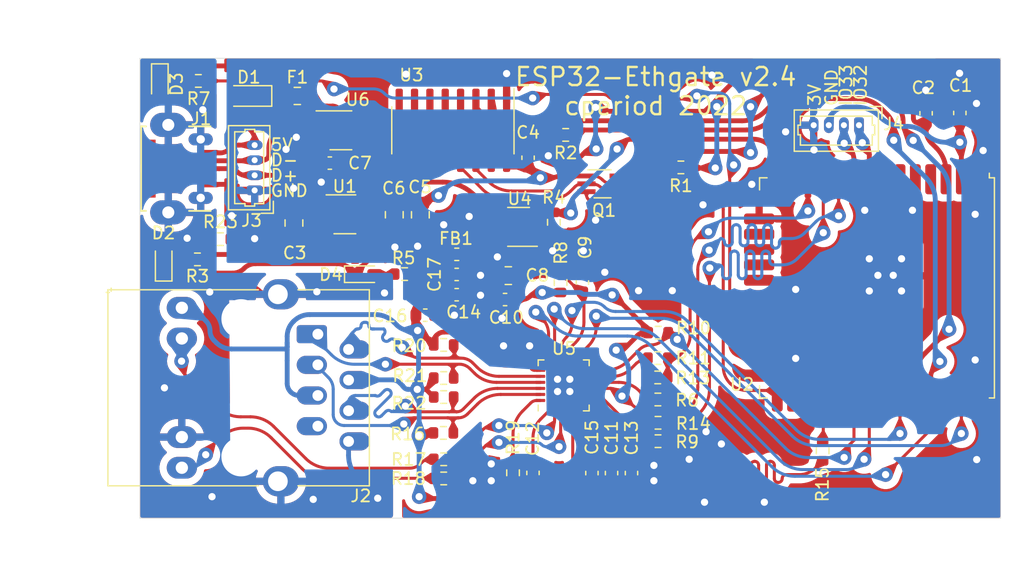
<source format=kicad_pcb>
(kicad_pcb (version 20221018) (generator pcbnew)
  (layers (0 "F.Cu" signal) (31 "B.Cu" signal) (34 "B.Paste" user) (35 "F.Paste" user) (36 "B.SilkS" user "B.Silkscreen") (37 "F.SilkS" user "F.Silkscreen") (38 "B.Mask" user) (39 "F.Mask" user) (44 "Edge.Cuts" user))
  (net 0 "")
  (net 1 "GND")
  (net 2 "+3V3")
  (net 3 "+5V")
  (net 4 "+3.3VA")
  (net 5 "Net-(D1-K)")
  (net 6 "Net-(D2-A)")
  (net 7 "Net-(D3-A)")
  (net 8 "/EN")
  (net 9 "RTS")
  (net 10 "DTR")
  (net 11 "/IO0")
  (net 12 "Net-(D4-A)")
  (net 13 "/eTX")
  (net 15 "/LINKLED")
  (net 16 "/ACTLED")
  (net 17 "/eRX")
  (net 19 "/TX+")
  (net 20 "/TX-")
  (net 21 "/RX+")
  (net 22 "/nRST")
  (net 23 "Net-(U3-RXD)")
  (net 24 "/SLED")
  (net 25 "/RXD1")
  (net 26 "/MDIO")
  (net 27 "Net-(U5-RXER{slash}PHYAD0)")
  (net 28 "/CRS_DV")
  (net 29 "/RXD0")
  (net 30 "Net-(U5-RXD1{slash}MODE1)")
  (net 31 "/TXD0")
  (net 32 "/TXEN")
  (net 33 "/TXD1")
  (net 34 "/MDC")
  (net 35 "/XTAL")
  (net 36 "/RBIAS")
  (net 37 "GND1")
  (net 38 "/VDDCR")
  (net 39 "Net-(U5-CRS_DV{slash}MODE2)")
  (net 40 "Net-(U5-RXD0{slash}MODE0)")
  (net 41 "/+3V3_LAN")
  (net 42 "/PHY_POWER")
  (net 43 "/PHY_CLK")
  (net 45 "Net-(J2-Pad12)")
  (net 46 "/RX-")
  (net 61 "Net-(U3-UD+)")
  (net 62 "Net-(U3-UD-)")
  (net 72 "/VBUS")
  (net 73 "/DM")
  (net 74 "/DP")
  (net 75 "/IO32")
  (net 76 "/IO33")
  (net 77 "/IO34")
  (net 78 "/IO35")
  (net 79 "Net-(J2-Pad10)")
  (footprint "Capacitor_SMD:C_0603_1608Metric" (layer "F.Cu") (at 135.1788 65.4936 -90)
    (fp_text reference "C1")
    (fp_text value "100n")
  )
  (footprint "Capacitor_SMD:C_0603_1608Metric" (layer "F.Cu") (at 132.3848 65.5196 90)
    (fp_text reference "C2")
    (fp_text value "100n")
  )
  (footprint "Capacitor_SMD:C_0805_2012Metric" (layer "F.Cu") (at 80.0608 74.61 90)
    (fp_text reference "C3")
    (fp_text value "10u")
  )
  (footprint "Capacitor_SMD:C_0805_2012Metric" (layer "F.Cu") (at 90.5256 73.9292 -90)
    (fp_text reference "C5")
    (fp_text value "22u")
  )
  (footprint "Capacitor_SMD:C_0805_2012Metric" (layer "F.Cu") (at 88.3666 73.9242 -90)
    (fp_text reference "C6")
    (fp_text value "22u")
  )
  (footprint "Diode_SMD:D_SOD-323_HandSoldering" (layer "F.Cu") (at 76.327 64.0842 180)
    (fp_text reference "D1")
    (fp_text value "B5817W")
  )
  (footprint "LED_SMD:LED_0603_1608Metric_Castellated" (layer "F.Cu") (at 69.2785 77.733 90)
    (fp_text reference "D2")
    (fp_text value "RED")
  )
  (footprint "LED_SMD:LED_0603_1608Metric_Castellated" (layer "F.Cu") (at 68.961 63.11 -90)
    (fp_text reference "D3")
    (fp_text value "GREEN")
  )
  (footprint "Fuse:Fuse_0805_2012Metric_Pad1.15x1.40mm_HandSolder" (layer "F.Cu") (at 80.3402 64.0842 180)
    (fp_text reference "F1")
    (fp_text value "750mA")
  )
  (footprint "CPB:USB_Micro-B_CNC_C10418" (layer "F.Cu") (at 73.66 70.104 90)
    (fp_text reference "J1")
    (fp_text value "USB_B_Micro")
  )
  (footprint "Package_TO_SOT_SMD:SOT-363_SC-70-6_Handsoldering" (layer "F.Cu") (at 105.604 71.3636)
    (fp_text reference "Q1")
    (fp_text value "UMH3N")
  )
  (footprint "Resistor_SMD:R_0603_1608Metric" (layer "F.Cu") (at 112.0902 70.0024)
    (fp_text reference "R1")
    (fp_text value "10K")
  )
  (footprint "Resistor_SMD:R_0603_1608Metric" (layer "F.Cu") (at 102.553 67.31 180)
    (fp_text reference "R2")
    (fp_text value "470R")
  )
  (footprint "Resistor_SMD:R_0603_1608Metric" (layer "F.Cu") (at 72.072 77.6224)
    (fp_text reference "R3")
    (fp_text value "1K5")
  )
  (footprint "Resistor_SMD:R_0603_1608Metric" (layer "F.Cu") (at 72.1492 62.8396)
    (fp_text reference "R7")
    (fp_text value "1K5")
  )
  (footprint "Resistor_SMD:R_0603_1608Metric" (layer "F.Cu") (at 92.456 94.1832)
    (fp_text reference "R17")
    (fp_text value "1K5")
  )
  (footprint "Resistor_SMD:R_0603_1608Metric" (layer "F.Cu") (at 92.4565 95.7707 180)
    (fp_text reference "R18")
    (fp_text value "1K5")
  )
  (footprint "Package_SO:SOIC-16_3.9x9.9mm_P1.27mm" (layer "F.Cu") (at 93.218 66.929 -90)
    (fp_text reference "U3")
    (fp_text value "CH340C")
  )
  (footprint "Capacitor_SMD:C_0603_1608Metric" (layer "F.Cu") (at 106.3498 95.3262 -90)
    (fp_text reference "C11")
    (fp_text value "1u1R")
  )
  (footprint "Capacitor_SMD:C_0603_1608Metric" (layer "F.Cu") (at 99.8474 95.3138 -90)
    (fp_text reference "C12")
    (fp_text value "10n")
  )
  (footprint "Capacitor_SMD:C_0603_1608Metric" (layer "F.Cu") (at 108.0008 95.3262 -90)
    (fp_text reference "C13")
    (fp_text value "470p")
  )
  (footprint "Resistor_SMD:R_0603_1608Metric" (layer "F.Cu") (at 110.1852 89.2302)
    (fp_text reference "R6")
    (fp_text value "10R")
  )
  (footprint "Resistor_SMD:R_0603_1608Metric" (layer "F.Cu") (at 102.1334 79.5396 90)
    (fp_text reference "R8")
    (fp_text value "10K")
  )
  (footprint "Resistor_SMD:R_0603_1608Metric" (layer "F.Cu") (at 110.1974 92.6846)
    (fp_text reference "R9")
    (fp_text value "10R")
  )
  (footprint "Resistor_SMD:R_0603_1608Metric" (layer "F.Cu") (at 110.2106 83.693)
    (fp_text reference "R10")
    (fp_text value "1K5")
  )
  (footprint "Resistor_SMD:R_0603_1608Metric" (layer "F.Cu") (at 110.1852 85.8012 180)
    (fp_text reference "R11")
    (fp_text value "10R")
  )
  (footprint "Resistor_SMD:R_0603_1608Metric" (layer "F.Cu") (at 110.1974 91.1606)
    (fp_text reference "R14")
    (fp_text value "10R")
  )
  (footprint "Resistor_SMD:R_0603_1608Metric" (layer "F.Cu") (at 123.825 93.4842 90)
    (fp_text reference "R15")
    (fp_text value "33R")
  )
  (footprint "Resistor_SMD:R_0603_1608Metric" (layer "F.Cu") (at 92.4306 91.9988 180)
    (fp_text reference "R16")
    (fp_text value "49R9")
  )
  (footprint "Resistor_SMD:R_0603_1608Metric" (layer "F.Cu") (at 92.456 89.027 180)
    (fp_text reference "R22")
    (fp_text value "49R9")
  )
  (footprint "Package_DFN_QFN:QFN-24-1EP_4x4mm_P0.5mm_EP2.6x2.6mm" (layer "F.Cu") (at 102.3874 88.0618 90)
    (fp_text reference "U5")
    (fp_text value "LAN8720A")
  )
  (footprint "CPB:RJ45_Hanrun_HR911105A_Oval" (layer "F.Cu") (at 82.042 83.82 -90)
    (fp_text reference "J2")
    (fp_text value "HR911105A")
  )
  (footprint "Resistor_SMD:R_0603_1608Metric" (layer "F.Cu") (at 92.456 84.709 180)
    (fp_text reference "R20")
    (fp_text value "49R9")
  )
  (footprint "Capacitor_SMD:C_0603_1608Metric" (layer "F.Cu") (at 103.9368 79.5404 -90)
    (fp_text reference "C9")
    (fp_text value "100n")
  )
  (footprint "Capacitor_SMD:C_0603_1608Metric" (layer "F.Cu") (at 83.0326 69.6468 180)
    (fp_text reference "C7")
    (fp_text value "100n")
  )
  (footprint "Package_TO_SOT_SMD:SOT-23-6_Handsoldering" (layer "F.Cu") (at 83.947 66.929)
    (fp_text reference "U6")
    (fp_text value "USBLC6-2SC6")
  )
  (footprint "Resistor_SMD:R_0603_1608Metric" (layer "F.Cu") (at 101.5746 74.549 -90)
    (fp_text reference "R4")
    (fp_text value "10K")
  )
  (footprint "Package_TO_SOT_SMD:SOT-23-5" (layer "F.Cu") (at 98.6536 74.93 180)
    (fp_text reference "U4")
    (fp_text value "HT7233")
  )
  (footprint "Resistor_SMD:R_0603_1608Metric" (layer "F.Cu") (at 73.978 75.946)
    (fp_text reference "R23")
    (fp_text value "0R")
  )
  (footprint "Resistor_SMD:R_0603_1608Metric" (layer "F.Cu") (at 92.456 87.4522 180)
    (fp_text reference "R21")
    (fp_text value "49R9")
  )
  (footprint "CPB:ESP32-WROOM-32U-HandSoldering" (layer "F.Cu") (at 128.3208 79.9846 -90)
    (fp_text reference "U2")
    (fp_text value "ESP32-WROOM-32U")
  )
  (footprint "Capacitor_SMD:C_0603_1608Metric" (layer "F.Cu") (at 99.441 69.202 90)
    (fp_text reference "C4")
    (fp_text value "100n")
  )
  (footprint "Capacitor_SMD:C_0603_1608Metric" (layer "F.Cu") (at 93.53072 80.54848)
    (fp_text reference "C14")
    (fp_text value "22n")
  )
  (footprint "Inductor_SMD:L_0603_1608Metric" (layer "F.Cu") (at 93.53804 77.20584 180)
    (fp_text reference "FB1")
    (fp_text value "30R")
  )
  (footprint "Capacitor_SMD:C_0603_1608Metric" (layer "F.Cu") (at 104.7242 95.3262 -90)
    (fp_text reference "C15")
    (fp_text value "10n")
  )
  (footprint "LED_SMD:LED_0603_1608Metric_Castellated" (layer "F.Cu") (at 85.93328 78.85176)
    (fp_text reference "D4")
    (fp_text value "RED")
  )
  (footprint "Resistor_SMD:R_0603_1608Metric" (layer "F.Cu") (at 110.173 87.4014)
    (fp_text reference "R13")
    (fp_text value "1K5")
  )
  (footprint "Resistor_SMD:R_0603_1608Metric" (layer "F.Cu") (at 89.22004 78.8416)
    (fp_text reference "R5")
    (fp_text value "1K5")
  )
  (footprint "Capacitor_SMD:C_0603_1608Metric" (layer "F.Cu") (at 93.53012 78.87208)
    (fp_text reference "C17")
    (fp_text value "100n")
  )
  (footprint "Resistor_SMD:R_0603_1608Metric" (layer "F.Cu") (at 98.1964 95.3008 90)
    (fp_text reference "R19")
    (fp_text value "12K1")
  )
  (footprint "Capacitor_SMD:C_0603_1608Metric" (layer "F.Cu") (at 90.932 82.2452)
    (fp_text reference "C16")
    (fp_text value "22n")
  )
  (footprint "Package_TO_SOT_SMD:SOT-23-5" (layer "F.Cu") (at 84.2772 73.8886)
    (fp_text reference "U1")
    (fp_text value "HT7233")
  )
  (footprint "Capacitor_SMD:C_0603_1608Metric" (layer "F.Cu") (at 97.536 80.9498 180)
    (fp_text reference "C10")
    (fp_text value "100n")
  )
  (footprint "Capacitor_SMD:C_0805_2012Metric" (layer "F.Cu") (at 97.8068 78.9686 180)
    (fp_text reference "C8")
    (fp_text value "22u")
  )
  (footprint "Connector_Molex:Molex_PicoBlade_53047-0410_1x04_P1.25mm_Vertical" (layer "F.Cu") (at 126.832 66.5052 180)
    (fp_text reference "J4")
    (fp_text value "GPIO")
  )
  (footprint "Connector_Molex:Molex_PicoBlade_53047-0410_1x04_P1.25mm_Vertical" (layer "F.Cu") (at 76.807 71.9052 90)
    (fp_text reference "J3")
    (fp_text value "USB")
  )
  (gr_line (start 138.557 60.96) (end 67.31 60.96) (stroke (width 0.05)) (layer "Edge.Cuts"))
  (gr_line (start 138.557 99.06) (end 138.557 60.96) (stroke (width 0.05)) (layer "Edge.Cuts"))
  (gr_line (start 67.31 99.06) (end 138.557 99.06) (stroke (width 0.05)) (layer "Edge.Cuts"))
  (gr_line (start 67.31 60.96) (end 67.31 99.06) (stroke (width 0.05)) (layer "Edge.Cuts"))
  (gr_text "ESP32-Ethgate v2.4\ncperiod 2022" (at 110.007 63.7052) (layer "F.SilkS") (effects (font (size 1.5 1.5) (thickness 0.2))))
  (gr_text "D+" (at 78.0542 70.6628) (layer "F.SilkS") (effects (font (size 1 1)) (justify left)))
  (gr_text "GND" (at 124.557 65.0052 90) (layer "F.SilkS") (effects (font (size 1 1)) (justify left)))
  (gr_text "IO33" (at 125.757 65.0052 90) (layer "F.SilkS") (effects (font (size 1 1)) (justify left)))
  (gr_text "5V" (at 78.0542 68.1228) (layer "F.SilkS") (effects (font (size 1 1)) (justify left)))
  (gr_text "D-" (at 78.0542 69.3928) (layer "F.SilkS") (effects (font (size 1 1)) (justify left)))
  (gr_text "GND" (at 78.0542 71.9328) (layer "F.SilkS") (effects (font (size 1 1)) (justify left)))
  (gr_text "3V" (at 123.157 65.0052 90) (layer "F.SilkS") (effects (font (size 1 1)) (justify left)))
  (gr_text "IO32" (at 126.957 65.0052 90) (layer "F.SilkS") (effects (font (size 1 1)) (justify left)))
  (segment (start 81.931155 73.66) (end 80.0608 73.66) (width 0.4) (layer "F.Cu") (net 1))
  (segment (start 82.483044 73.8886) (end 83.1772 73.8886) (width 0.4) (layer "F.Cu") (net 1))
  (segment (start 88.4174 76.6064) (end 87.8586 76.6064) (width 0.4) (layer "F.Cu") (net 1))
  (segment (start 80.5451 67.2171) (end 80.257 67.5052) (width 0.4) (layer "F.Cu") (net 1))
  (segment (start 69.206 61.84) (end 68.961 62.085) (width 0.4) (layer "F.Cu") (net 1))
  (segment (start 96.8568 78.9686) (end 96.8568 80.854) (width 0.4) (layer "F.Cu") (net 1))
  (segment (start 84.5185 62.0395) (end 84.963 62.484) (width 0.4) (layer "F.Cu") (net 1))
  (segment (start 74.867395 71.404) (end 72.86 71.404) (width 0.4) (layer "F.Cu") (net 1))
  (segment (start 74.907 74.0052) (end 74.907 75.842) (width 0.4) (layer "F.Cu") (net 1))
  (segment (start 84.68629 78.41249) (end 85.12078 78.84698) (width 0.4) (layer "F.Cu") (net 1))
  (segment (start 74.907 74.0052) (end 74.907 71.443604) (width 0.4) (layer "F.Cu") (net 1))
  (segment (start 74.995456 78.758) (end 69.2785 78.758) (width 0.4) (layer "F.Cu") (net 1))
  (segment (start 86.904668 77.001531) (end 85.12078 78.78542) (width 0.4) (layer "F.Cu") (net 1))
  (segment (start 83.445382 61.595) (end 69.797482 61.595) (width 0.4) (layer "F.Cu") (net 1))
  (segment (start 81.240634 66.929) (end 82.597 66.929) (width 0.4) (layer "F.Cu") (net 1))
  (segment (start 76.878543 77.978) (end 83.637338 77.978) (width 0.4) (layer "F.Cu") (net 1))
  (segment (start 101.3526 75.152) (end 101.5746 75.374) (width 0.4) (layer "F.Cu") (net 1))
  (segment (start 100.816644 74.93) (end 99.7536 74.93) (width 0.4) (layer "F.Cu") (net 1))
  (via (at 127.307 73.5552) (size 1.2) (drill 0.6) (layers "F.Cu" "B.Cu") (net 1))
  (via (at 97.282 82.4992) (size 1.2) (drill 0.6) (layers "F.Cu" "B.Cu") (net 1))
  (via (at 123.107 68.5552) (size 1.2) (drill 0.6) (layers "F.Cu" "B.Cu") (net 1))
  (via (at 101.1174 69.0372) (size 1.2) (drill 0.6) (layers "F.Cu" "B.Cu") (net 1))
  (via (at 113.919 73.1012) (size 1.2) (drill 0.6) (layers "F.Cu" "B.Cu") (net 1))
  (via (at 127.6858 77.5716) (size 1.2) (drill 0.6) (layers "F.Cu" "B.Cu") (net 1))
  (via (at 114.657 62.3552) (size 1.2) (drill 0.6) (layers "F.Cu" "B.Cu") (net 1))
  (via (at 117.957 71.4052) (size 1.2) (drill 0.6) (layers "F.Cu" "B.Cu") (net 1))
  (via (at 121.5898 85.8266) (size 1.2) (drill 0.6) (layers "F.Cu" "B.Cu") (net 1))
  (via (at 120.757 67.0552) (size 1.2) (drill 0.6) (layers "F.Cu" "B.Cu") (net 1))
  (via (at 80.0354 71.7296) (size 1.2) (drill 0.6) (layers "F.Cu" "B.Cu") (net 1))
  (via (at 136.4488 85.9536) (size 1.2) (drill 0.6) (layers "F.Cu" "B.Cu") (net 1))
  (via (at 105.029 74.3712) (size 1.2) (drill 0.6) (layers "F.Cu" "B.Cu") (net 1))
  (via (at 108.585 80.2132) (size 1.2) (drill 0.6) (layers "F.Cu" "B.Cu") (net 1))
  (via (at 131.257 73.5552) (size 1.2) (drill 0.6) (layers "F.Cu" "B.Cu") (net 1))
  (via (at 94.869 95.9612) (size 1.2) (drill 0.6) (layers "F.Cu" "B.Cu") (net 1))
  (via (at 115.443 92.9132) (size 1.2) (drill 0.6) (layers "F.Cu" "B.Cu") (net 1))
  (via (at 102.8954 88.5698) (size 1.2) (drill 0.6) (layers "F.Cu" "B.Cu") (net 1))
  (via (at 82.3214 71.2216) (size 1.2) (drill 0.6) (layers "F.Cu" "B.Cu") (net 1))
  (via (at 105.791 78.6892) (size 1.2) (drill 0.6) (layers "F.Cu" "B.Cu") (net 1))
  (via (at 136.557 64.7052) (size 1.2) (drill 0.6) (layers "F.Cu" "B.Cu") (net 1))
  (via (at 114.046 97.7392) (size 1.2) (drill 0.6) (layers "F.Cu" "B.Cu") (net 1))
  (via (at 101.473 76.9112) (size 1.2) (drill 0.6) (layers "F.Cu" "B.Cu") (net 1))
  (via (at 118.999 97.7392) (size 1.2) (drill 0.6) (layers "F.Cu" "B.Cu") (net 1))
  (via (at 76.807 75.9052) (size 1.2) (drill 0.6) (layers "F.Cu" "B.Cu") (net 1))
  (via (at 130.3528 77.5716) (size 1.2) (drill 0.6) (layers "F.Cu" "B.Cu") (net 1))
  (via (at 97.409 84.7852) (size 1.2) (drill 0.6) (layers "F.Cu" "B.Cu") (net 1))
  (via (at 90.297 76.5302) (size 1.2) (drill 0.6) (layers "F.Cu" "B.Cu") (net 1))
  (via (at 80.257 67.5052) (size 1.2) (drill 0.6) (layers "F.Cu" "B.Cu") (net 1))
  (via (at 97.663 62.23) (size 1.2) (drill 0.6) (layers "F.Cu" "B.Cu") (net 1))
  (via (at 96.901 77.4192) (size 1.2) (drill 0.6) (layers "F.Cu" "B.Cu") (net 1))
  (via (at 127.6858 80.2386) (size 1.2) (drill 0.6) (layers "F.Cu" "B.Cu") (net 1))
  (via (at 121.5898 80.1116) (size 1.2) (drill 0.6) (layers "F.Cu" "B.Cu") (net 1))
  (via (at 96.393 95.9612) (size 1.2) (drill 0.6) (layers "F.Cu" "B.Cu") (net 1))
  (via (at 93.345 82.2452) (size 1.2) (drill 0.6) (layers "F.Cu" "B.Cu") (net 1))
  (via (at 94.5642 74.0664) (size 1.2) (drill 0.6) (layers "F.Cu" "B.Cu") (net 1))
  (via (at 114.173 91.8972) (size 1.2) (drill 0.6) (layers "F.Cu" "B.Cu") (net 1))
  (via (at 128.397 78.9432) (size 1.2) (drill 0.6) (layers "F.Cu" "B.Cu") (net 1))
  (via (at 111.379 80.2132) (size 1.2) (drill 0.6) (layers "F.Cu" "B.Cu") (net 1))
  (via (at 99.568 84.7852) (size 1.2) (drill 0.6) (layers "F.Cu" "B.Cu") (net 1))
  (via (at 102.8954 87.5538) (size 1.2) (drill 0.6) (layers "F.Cu" "B.Cu") (net 1))
  (via (at 95.504 78.9432) (size 1.2) (drill 0.6) (layers "F.Cu" "B.Cu") (net 1))
  (via (at 96.393 94.5642) (size 1.2) (drill 0.6) (layers "F.Cu" "B.Cu") (net 1))
  (via (at 104.013 76.9112) (size 1.2) (drill 0.6) (layers "F.Cu" "B.Cu") (net 1))
  (via (at 135.157 62.2052) (size 1.2) (drill 0.6) (layers "F.Cu" "B.Cu") (net 1))
  (via (at 129.667 78.9432) (size 1.2) (drill 0.6) (layers "F.Cu" "B.Cu") (net 1))
  (via (at 92.456 74.7522) (size 1.2) (drill 0.6) (layers "F.Cu" "B.Cu") (net 1))
  (via (at 101.8794 87.5538) (size 1.2) (drill 0.6) (layers "F.Cu" "B.Cu") (net 1))
  (via (at 137.107 68.6052) (size 1.2) (drill 0.6) (layers "F.Cu" "B.Cu") (net 1))
  (via (at 79.407 68.5052) (size 1.2) (drill 0.6) (layers "F.Cu" "B.Cu") (net 1))
  (via (at 130.3528 80.2386) (size 1.2) (drill 0.6) (layers "F.Cu" "B.Cu") (net 1))
  (via (at 132.357 63.6052) (size 1.2) (drill 0.6) (layers "F.Cu" "B.Cu") (net 1))
  (via (at 88.4174 76.6064) (size 1.2) (drill 0.6) (layers "F.Cu" "B.Cu") (net 1))
  (via (at 109.855 94.6912) (size 1.2) (drill 0.6) (layers "F.Cu" "B.Cu") (net 1))
  (via (at 101.8794 88.5698) (size 1.2) (drill 0.6) (layers "F.Cu" "B.Cu") (net 1))
  (via (at 74.907 74.0052) (size 1.2) (drill 0.6) (layers "F.Cu" "B.Cu") (net 1))
  (via (at 136.5758 94.2086) (size 1.2) (drill 0.6) (layers "F.Cu" "B.Cu") (net 1))
  (via (at 112.776 94.1832) (size 1.2) (drill 0.6) (layers "F.Cu" "B.Cu") (net 1))
  (via (at 109.855 95.9612) (size 1.2) (drill 0.6) (layers "F.Cu" "B.Cu") (net 1))
  (via (at 136.4488 73.8886) (size 1.2) (drill 0.6) (layers "F.Cu" "B.Cu") (net 1))
  (via (at 89.3318 62.2808) (size 1.2) (drill 0.6) (layers "F.Cu" "B.Cu") (net 1))
  (via (at 95.504 80.5942) (size 1.2) (drill 0.6) (layers "F.Cu" "B.Cu") (net 1))
  (arc (start 82.2071 73.7743) (mid 82.333704 73.858894) (end 82.483044 73.8886) (width 0.4) (layer "F.Cu") (net 1))
  (arc (start 74.8954 71.4156) (mid 74.882551 71.407014) (end 74.867395 71.404) (width 0.4) (layer "F.Cu") (net 1))
  (arc (start 81.240634 66.929) (mid 80.864213 67.003874) (end 80.5451 67.2171) (width 0.4) (layer "F.Cu") (net 1))
  (arc (start 76.878543 77.978) (mid 76.368983 78.079357) (end 75.937 78.368) (width 0.4) (layer "F.Cu") (net 1))
  (arc (start 84.5185 62.0395) (mid 84.026149 61.710521) (end 83.445382 61.595) (width 0.4) (layer "F.Cu") (net 1))
  (arc (start 101.3526 75.152) (mid 101.106701 74.987695) (end 100.816644 74.93) (width 0.4) (layer "F.Cu") (net 1))
  (arc (start 82.2071 73.7743) (mid 82.080495 73.689705) (end 81.931155 73.66) (width 0.4) (layer "F.Cu") (net 1))
  (arc (start 87.8586 76.6064) (mid 87.342335 76.709091) (end 86.904668 77.001531) (width 0.4) (layer "F.Cu") (net 1))
  (arc (start 69.797482 61.595) (mid 69.477374 61.658673) (end 69.206 61.84) (width 0.4) (layer "F.Cu") (net 1))
  (arc (start 75.937 78.368) (mid 75.505016 78.656642) (end 74.995456 78.758) (width 0.4) (layer "F.Cu") (net 1))
  (arc (start 84.68629 78.41249) (mid 84.205026 78.09092) (end 83.637338 77.978) (width 0.4) (layer "F.Cu") (net 1))
  (arc (start 74.8954 71.4156) (mid 74.903985 71.428448) (end 74.907 71.443604) (width 0.4) (layer "F.Cu") (net 1))
  (segment (start 105.1941 65.1891) (end 105.029 65.024) (width 0.4) (layer "F.Cu") (net 2))
  (segment (start 85.035288 76.2762) (end 82.325538 76.2762) (width 0.4) (layer "F.Cu") (net 2))
  (segment (start 101.2444 70.866) (end 100.457 70.866) (width 0.4) (layer "F.Cu") (net 2))
  (segment (start 97.79 69.977) (end 99.441 69.977) (width 0.4) (layer "F.Cu") (net 2))
  (segment (start 133.957 63.441596) (end 133.957 65.818948) (width 0.4) (layer "F.Cu") (net 2))
  (segment (start 87.362 72.9386) (end 88.331 72.9386) (width 0.4) (layer "F.Cu") (net 2))
  (segment (start 115.062 64.9732) (end 115.062 64.6303) (width 0.4) (layer "F.Cu") (net 2))
  (segment (start 132.420603 61.9052) (end 119.128669 61.9052) (width 0.4) (layer "F.Cu") (net 2))
  (segment (start 135.2423 67.9831) (end 135.1788 67.9196) (width 0.4) (layer "F.Cu") (net 2))
  (segment (start 97.663 68.992) (end 97.663 69.404) (width 0.4) (layer "F.Cu") (net 2))
  (segment (start 114.411592 65.3542) (end 105.592686 65.3542) (width 0.4) (layer "F.Cu") (net 2))
  (segment (start 134.406651 66.2686) (end 135.1788 66.2686) (width 0.4) (layer "F.Cu") (net 2))
  (segment (start 116.253099 63.096299) (end 115.304466 64.044933) (width 0.4) (layer "F.Cu") (net 2))
  (segment (start 92.0242 72.3392) (end 91.948 72.4154) (width 0.4) (layer "F.Cu") (net 2))
  (segment (start 114.8715 65.1637) (end 115.062 64.9732) (width 0.4) (layer "F.Cu") (net 2))
  (segment (start 100.388239 70.848039) (end 99.5172 69.977) (width 0.4) (layer "F.Cu") (net 2))
  (segment (start 105.0798 68.4784) (end 104.7496 68.4784) (width 0.4) (layer "F.Cu") (net 2))
  (segment (start 114.935 70.0532) (end 112.966 70.0532) (width 0.4) (layer "F.Cu") (net 2))
  (segment (start 100.4316 70.866) (end 100.457 70.866) (width 0.4) (layer "F.Cu") (net 2))
  (segment (start 88.3666 72.9742) (end 90.5206 72.9742) (width 0.4) (layer "F.Cu") (net 2))
  (segment (start 90.7694 72.7354) (end 90.5256 72.9792) (width 0.4) (layer "F.Cu") (net 2))
  (segment (start 86.0388 72.9386) (end 85.3772 72.9386) (width 0.4) (layer "F.Cu") (net 2))
  (segment (start 135.3058 68.136402) (end 135.3058 71.4846) (width 0.4) (layer "F.Cu") (net 2))
  (segment (start 73.1002 77.4192) (end 72.897 77.6224) (width 0.4) (layer "F.Cu") (net 2))
  (segment (start 86.7004 73.6002) (end 86.7004 74.611088) (width 0.4) (layer "F.Cu") (net 2))
  (segment (start 93.853 65.1454) (end 93.853 64.454) (width 0.4) (layer "F.Cu") (net 2))
  (segment (start 94.847429 66.831229) (end 94.341893 66.325693) (width 0.4) (layer "F.Cu") (net 2))
  (segment (start 96.66857 67.58557) (end 97.371672 68.288672) (width 0.4) (layer "F.Cu") (net 2))
  (segment (start 102.588575 70.309223) (end 104.185913 68.711886) (width 0.4) (layer "F.Cu") (net 2))
  (segment (start 80.056661 77.216) (end 73.590768 77.216) (width 0.4) (layer "F.Cu") (net 2))
  (segment (start 86.0388 72.9386) (end 87.362 72.9386) (width 0.4) (layer "F.Cu") (net 2))
  (segment (start 91.764036 72.4916) (end 91.357985 72.4916) (width 0.4) (layer "F.Cu") (net 2))
  (segment (start 135.1788 66.2686) (end 135.1788 67.9196) (width 0.4) (layer "F.Cu") (net 2))
  (via (at 92.0242 72.3392) (size 1.2) (drill 0.6) (layers "F.Cu" "B.Cu") (net 2))
  (via (at 115.062 64.9732) (size 1.2) (drill 0.6) (layers "F.Cu" "B.Cu") (net 2))
  (via (at 105.029 65.024) (size 1.2) (drill 0.6) (layers "F.Cu" "B.Cu") (net 2))
  (via (at 105.0798 68.4784) (size 1.2) (drill 0.6) (layers "F.Cu" "B.Cu") (net 2))
  (via (at 135.1788 67.9196) (size 1.2) (drill 0.6) (layers "F.Cu" "B.Cu") (net 2))
  (via (at 100.457 70.866) (size 1.2) (drill 0.6) (layers "F.Cu" "B.Cu") (net 2))
  (via (at 114.935 70.0532) (size 1.2) (drill 0.6) (layers "F.Cu" "B.Cu") (net 2))
  (arc (start 86.7004 74.611088) (mid 86.57365 75.248298) (end 86.2127 75.7885) (width 0.4) (layer "F.Cu") (net 2))
  (arc (start 93.853 65.1454) (mid 93.980059 65.78417) (end 94.341893 66.325693) (width 0.4) (layer "F.Cu") (net 2))
  (arc (start 73.590768 77.216) (mid 73.325274 77.268809) (end 73.1002 77.4192) (width 0.4) (layer "F.Cu") (net 2))
  (arc (start 81.1911 76.7461) (mid 80.670614 77.093876) (end 80.056661 77.216) (width 0.4) (layer "F.Cu") (net 2))
  (arc (start 114.8715 65.1637) (mid 114.660492 65.30469) (end 114.411592 65.3542) (width 0.4) (layer "F.Cu") (net 2))
  (arc (start 91.948 72.4154) (mid 91.863596 72.471796) (end 91.764036 72.4916) (width 0.4) (layer "F.Cu") (net 2))
  (arc (start 133.507 62.3552) (mid 133.840048 62.853642) (end 133.957 63.441596) (width 0.4) (layer "F.Cu") (net 2))
  (arc (start 102.588575 70.309223) (mid 101.971862 70.721298) (end 101.2444 70.866) (width 0.4) (layer "F.Cu") (net 2))
  (arc (start 105.1941 65.1891) (mid 105.376972 65.311291) (end 105.592686 65.3542) (width 0.4) (layer "F.Cu") (net 2))
  (arc (start 86.7004 73.6002) (mid 86.506621 73.132378) (end 86.0388 72.9386) (width 0.4) (layer "F.Cu") (net 2))
  (arc (start 97.371672 68.288672) (mid 97.587286 68.611361) (end 97.663 68.992) (width 0.4) (layer "F.Cu") (net 2))
  (arc (start 86.2127 75.7885) (mid 85.672498 76.14945) (end 85.035288 76.2762) (width 0.4) (layer "F.Cu") (net 2))
  (arc (start 87.362 72.9386) (mid 86.894178 73.132378) (end 86.7004 73.6002) (width 0.4) (layer "F.Cu") (net 2))
  (arc (start 100.388239 70.848039) (mid 100.408133 70.861332) (end 100.4316 70.866) (width 0.4) (layer "F.Cu") (net 2))
  (arc (start 94.847429 66.831229) (mid 95.265202 67.110376) (end 95.758 67.2084) (width 0.4) (layer "F.Cu") (net 2))
  (arc (start 135.2423 67.9831) (mid 135.289296 68.053435) (end 135.3058 68.136402) (width 0.4) (layer "F.Cu") (net 2))
  (arc (start 115.304466 64.044933) (mid 115.125014 64.313501) (end 115.062 64.6303) (width 0.4) (layer "F.Cu") (net 2))
  (arc (start 96.66857 67.58557) (mid 96.250797 67.306423) (end 95.758 67.2084) (width 0.4) (layer "F.Cu") (net 2))
  (arc (start 104.7496 68.4784) (mid 104.444534 68.539081) (end 104.185913 68.711886) (width 0.4) (layer "F.Cu") (net 2))
  (arc (start 119.128669 61.9052) (mid 117.572422 62.214756) (end 116.253099 63.096299) (width 0.4) (layer "F.Cu") (net 2))
  (arc (start 133.507 62.3552) (mid 133.008556 62.022151) (end 132.420603 61.9052) (width 0.4) (layer "F.Cu") (net 2))
  (arc (start 134.0887 66.1369) (mid 134.234577 66.234372) (end 134.406651 66.2686) (width 0.4) (layer "F.Cu") (net 2))
  (arc (start 133.957 65.818948) (mid 133.991227 65.991022) (end 134.0887 66.1369) (width 0.4) (layer "F.Cu") (net 2))
  (arc (start 91.357985 72.4916) (mid 91.039445 72.554961) (end 90.7694 72.7354) (width 0.4) (layer "F.Cu") (net 2))
  (arc (start 82.325538 76.2762) (mid 81.711584 76.398323) (end 81.1911 76.7461) (width 0.4) (layer "F.Cu") (net 2))
  (segment (start 94.105504 71.12) (end 100.023394 71.12) (width 0.4) (layer "B.Cu") (net 2))
  (segment (start 92.0242 72.3392) (end 92.6338 71.7296) (width 0.4) (layer "B.Cu") (net 2))
  (segment (start 105.0544 68.453) (end 105.0798 68.4784) (width 0.4) (layer "B.Cu") (net 2))
  (segment (start 124.332 66.1677) (end 124.332 66.5052) (width 0.4) (layer "B.Cu") (net 2))
  (segment (start 100.457 70.866) (end 100.33 70.993) (width 0.4) (layer "B.Cu") (net 2))
  (segment (start 115.062 69.836397) (end 115.062 64.9732) (width 0.4) (layer "B.Cu") (net 2))
  (segment (start 125.740363 65.0052) (end 126.625629 65.0052) (width 0.4) (layer "B.Cu") (net 2))
  (segment (start 124.570648 65.591551) (end 124.7445 65.4177) (width 0.4) (layer "B.Cu") (net 2))
  (segment (start 134.000821 67.9196) (end 135.1788 67.9196) (width 0.4) (layer "B.Cu") (net 2))
  (segment (start 130.827578 66.6052) (end 130.48837 66.6052) (width 0.4) (layer "B.Cu") (net 2))
  (segment (start 114.9985 69.9897) (end 114.935 70.0532) (width 0.4) (layer "B.Cu") (net 2))
  (segment (start 105.029 68.391678) (end 105.029 65.024) (width 0.4) (layer "B.Cu") (net 2))
  (arc (start 128.557 65.8052) (mid 127.670879 65.213113) (end 126.625629 65.0052) (width 0.4) (layer "B.Cu") (net 2))
  (arc (start 132.4142 67.2624) (mid 133.142147 67.748799) (end 134.000821 67.9196) (width 0.4) (layer "B.Cu") (net 2))
  (arc (start 124.570648 65.591551) (mid 124.394022 65.85589) (end 124.332 66.1677) (width 0.4) (layer "B.Cu") (net 2))
  (arc (start 100.33 70.993) (mid 100.189328 71.086993) (end 100.023394 71.12) (width 0.4) (layer "B.Cu") (net 2))
  (arc (start 115.062 69.836397) (mid 115.045496 69.919364) (end 114.9985 69.9897) (width 0.4) (layer "B.Cu") (net 2))
  (arc (start 132.4142 67.2624) (mid 131.686251 66.776) (end 130.827578 66.6052) (width 0.4) (layer "B.Cu") (net 2))
  (arc (start 125.740363 65.0052) (mid 125.201405 65.112405) (end 124.7445 65.4177) (width 0.4) (layer "B.Cu") (net 2))
  (arc (start 128.557 65.8052) (mid 129.44312 66.397286) (end 130.48837 66.6052) (width 0.4) (layer "B.Cu") (net 2))
  (arc (start 94.105504 71.12) (mid 93.309023 71.278429) (end 92.6338 71.7296) (width 0.4) (layer "B.Cu") (net 2))
  (arc (start 105.029 68.391678) (mid 105.035601 68.424865) (end 105.0544 68.453) (width 0.4) (layer "B.Cu") (net 2))
  (segment (start 81.945693 75.56) (end 80.0608 75.56) (width 0.4) (layer "F.Cu") (net 3))
  (segment (start 82.8165 75.1993) (end 83.1772 74.8386) (width 0.4) (layer "F.Cu") (net 3))
  (segment (start 83.934 71.6215) (end 83.934 72.0214) (width 0.4) (layer "F.Cu") (net 3))
  (segment (start 83.764861 72.9386) (end 83.1772 72.9386) (width 0.4) (layer "F.Cu") (net 3))
  (segment (start 97.009547 74.91984) (end 97.974455 74.91984) (width 0.4) (layer "F.Cu") (net 3))
  (segment (start 98.595457 75.242697) (end 98.48342 75.13066) (width 0.4) (layer "F.Cu") (net 3))
  (segment (start 95.726322 73.044122) (end 94.98838 72.30618) (width 0.4) (layer "F.Cu") (net 3))
  (segment (start 84.3339 71.2216) (end 92.369972 71.2216) (width 0.4) (layer "F.Cu") (net 3))
  (segment (start 83.5556 72.5602) (end 83.1772 72.9386) (width 0.4) (layer "F.Cu") (net 3))
  (segment (start 84.3026 74.387582) (end 84.3026 73.476338) (width 0.4) (layer "F.Cu") (net 3))
  (segment (start 99.136585 75.88) (end 99.7536 75.88) (width 0.4) (layer "F.Cu") (net 3))
  (segment (start 96.07296 73.88098) (end 96.07296 73.983252) (width 0.4) (layer "F.Cu") (net 3))
  (segment (start 83.934 65.593975) (end 83.934 71.646661) (width 0.4) (layer "F.Cu") (net 3))
  (segment (start 84.048 66.929) (end 85.297 66.929) (width 0.4) (layer "F.Cu") (net 3))
  (segment (start 81.7843 64.5033) (end 81.3652 64.0842) (width 0.4) (layer "F.Cu") (net 3))
  (segment (start 83.262424 64.9224) (end 82.796096 64.9224) (width 0.4) (layer "F.Cu") (net 3))
  (segment (start 83.1772 74.8386) (end 83.851582 74.8386) (width 0.4) (layer "F.Cu") (net 3))
  (segment (start 98.793022 75.719662) (end 98.8238 75.75044) (width 0.4) (layer "F.Cu") (net 3))
  (arc (start 83.7373 65.1191) (mid 83.882879 65.336974) (end 83.934 65.593975) (width 0.4) (layer "F.Cu") (net 3))
  (arc (start 98.69424 75.48118) (mid 98.719912 75.610245) (end 98.793022 75.719662) (width 0.4) (layer "F.Cu") (net 3))
  (arc (start 98.8238 75.75044) (mid 98.967307 75.846328) (end 99.136585 75.88) (width 0.4) (layer "F.Cu") (net 3))
  (arc (start 84.1451 73.0961) (mid 83.970644 72.979532) (end 83.764861 72.9386) (width 0.4) (layer "F.Cu") (net 3))
  (arc (start 84.1451 73.0961) (mid 84.261667 73.270554) (end 84.3026 73.476338) (width 0.4) (layer "F.Cu") (net 3))
  (arc (start 98.48342 75.13066) (mid 98.249904 74.97463) (end 97.974455 74.91984) (width 0.4) (layer "F.Cu") (net 3))
  (arc (start 83.7373 65.1191) (mid 83.519425 64.97352) (end 83.262424 64.9224) (width 0.4) (layer "F.Cu") (net 3))
  (arc (start 95.726322 73.044122) (mid 95.982871 73.428075) (end 96.07296 73.88098) (width 0.4) (layer "F.Cu") (net 3))
  (arc (start 96.07296 73.983252) (mid 96.144253 74.341669) (end 96.34728 74.64552) (width 0.4) (layer "F.Cu") (net 3))
  (arc (start 81.7843 64.5033) (mid 82.248516 64.813479) (end 82.796096 64.9224) (width 0.4) (layer "F.Cu") (net 3))
  (arc (start 94.98838 72.30618) (mid 93.787044 71.503473) (end 92.369972 71.2216) (width 0.4) (layer "F.Cu") (net 3))
  (arc (start 84.3339 71.2216) (mid 84.051127 71.338727) (end 83.934 71.6215) (width 0.4) (layer "F.Cu") (net 3))
  (arc (start 84.1705 74.7065) (mid 84.024179 74.804268) (end 83.851582 74.8386) (width 0.4) (layer "F.Cu") (net 3))
  (arc (start 84.3026 74.387582) (mid 84.268268 74.560179) (end 84.1705 74.7065) (width 0.4) (layer "F.Cu") (net 3))
  (arc (start 83.934 71.646661) (mid 83.835657 72.141064) (end 83.5556 72.5602) (width 0.4) (layer "F.Cu") (net 3))
  (arc (start 98.595457 75.242697) (mid 98.668567 75.352113) (end 98.69424 75.48118) (width 0.4) (layer "F.Cu") (net 3))
  (arc (start 82.8165 75.1993) (mid 82.41697 75.466257) (end 81.945693 75.56) (width 0.4) (layer "F.Cu") (net 3))
  (arc (start 96.34728 74.64552) (mid 96.65113 74.848546) (end 97.009547 74.91984) (width 0.4) (layer "F.Cu") (net 3))
  (segment (start 92.75572 80.54848) (end 92.75572 78.89748) (width 0.4) (layer "F.Cu") (net 4))
  (segment (start 91.124451 80.54848) (end 92.75572 80.54848) (width 0.4) (layer "F.Cu") (net 4))
  (segment (start 100.838 94.8182) (end 100.810047 94.790247) (width 0.4) (layer "F.Cu") (net 4))
  (segment (start 99.06 86.3854) (end 98.35896 86.3854) (width 0.25) (layer "F.Cu") (net 4))
  (segment (start 100.18744 86.8118) (end 100.4499 86.8118) (width 0.25) (layer "F.Cu") (net 4))
  (segment (start 90.5002 97.3582) (end 90.424 97.282) (width 0.4) (layer "F.Cu") (net 4))
  (segment (start 90.424 97.282) (end 90.4494 97.3074) (width 0.4) (layer "F.Cu") (net 4))
  (segment (start 90.157 81.515931) (end 90.157 82.2452) (width 0.4) (layer "F.Cu") (net 4))
  (segment (start 92.496503 83.6422) (end 93.0463 83.6422) (width 0.4) (layer "F.Cu") (net 4))
  (segment (start 101.1174 95.492731) (end 101.1174 96.307026) (width 0.4) (layer "F.Cu") (net 4))
  (segment (start 91.43308 84.51108) (end 90.486768 83.564768) (width 0.4) (layer "F.Cu") (net 4))
  (segment (start 90.2716 88.392) (end 90.9894 88.392) (width 0.4) (layer "F.Cu") (net 4))
  (segment (start 90.297 83.5152) (end 90.3671 83.5152) (width 0.4) (layer "F.Cu") (net 4))
  (segment (start 92.75512 78.87208) (end 92.75512 77.21042) (width 0.4) (layer "F.Cu") (net 4))
  (segment (start 95.986563 85.674163) (end 94.596865 84.284465) (width 0.4) (layer "F.Cu") (net 4))
  (segment (start 99.754301 86.729181) (end 99.62372 86.5986) (width 0.25) (layer "F.Cu") (net 4))
  (segment (start 91.527903 87.846896) (end 91.000666 88.374133) (width 0.4) (layer "F.Cu") (net 4))
  (segment (start 99.8474 94.1832) (end 99.8474 92.402967) (width 0.25) (layer "F.Cu") (net 4))
  (segment (start 99.990026 97.4344) (end 90.684163 97.4344) (width 0.4) (layer "F.Cu") (net 4))
  (segment (start 90.043 83.081594) (end 90.043 82.41) (width 0.4) (layer "F.Cu") (net 4))
  (segment (start 91.631 87.598) (end 91.631 87.4522) (width 0.4) (layer "F.Cu") (net 4))
  (segment (start 99.109009 86.3854) (end 99.06 86.3854) (width 0.25) (layer "F.Cu") (net 4))
  (segment (start 91.884499 83.895699) (end 91.828919 83.95128) (width 0.4) (layer "F.Cu") (net 4))
  (segment (start 100.18744 86.8118) (end 99.95376 86.8118) (width 0.25) (layer "F.Cu") (net 4))
  (segment (start 91.000666 88.396666) (end 91.631 89.027) (width 0.4) (layer "F.Cu") (net 4))
  (segment (start 90.297 83.5152) (end 90.17 83.3882) (width 0.4) (layer "F.Cu") (net 4))
  (segment (start 100.4924 90.8458) (end 101.1374 90.2008) (width 0.25) (layer "F.Cu") (net 4))
  (segment (start 90.788844 91.9988) (end 91.6056 91.9988) (width 0.4) (layer "F.Cu") (net 4))
  (segment (start 90.5129 92.1131) (end 90.3986 92.2274) (width 0.4) (layer "F.Cu") (net 4))
  (segment (start 97.70364 86.3854) (end 98.35896 86.3854) (width 0.4) (layer "F.Cu") (net 4))
  (via (at 90.3986 92.2274) (size 1.2) (drill 0.6) (layers "F.Cu" "B.Cu") (net 4))
  (via (at 90.2716 88.392) (size 1.2) (drill 0.6) (layers "F.Cu" "B.Cu") (net 4))
  (via (at 90.297 83.5152) (size 1.2) (drill 0.6) (layers "F.Cu" "B.Cu") (net 4))
  (via (at 90.424 97.282) (size 1.2) (drill 0.6) (layers "F.Cu" "B.Cu") (net 4))
  (arc (start 95.986563 85.674163) (mid 96.774364 86.200555) (end 97.70364 86.3854) (width 0.4) (layer "F.Cu") (net 4))
  (arc (start 100.838 94.8182) (mid 101.044786 95.127677) (end 101.1174 95.492731) (width 0.4) (layer "F.Cu") (net 4))
  (arc (start 99.62372 86.5986) (mid 99.387568 86.440808) (end 99.109009 86.3854) (width 0.25) (layer "F.Cu") (net 4))
  (arc (start 99.754301 86.729181) (mid 99.845813 86.790328) (end 99.95376 86.8118) (width 0.25) (layer "F.Cu") (net 4))
  (arc (start 99.8474 94.1832) (mid 99.951552 94.434647) (end 100.203 94.5388) (width 0.25) (layer "F.Cu") (net 4))
  (arc (start 90.788844 91.9988) (mid 90.639504 92.028505) (end 90.5129 92.1131) (width 0.4) (layer "F.Cu") (net 4))
  (arc (start 94.596865 84.284465) (mid 93.885459 83.809119) (end 93.0463 83.6422) (width 0.4) (layer "F.Cu") (net 4))
  (arc (start 90.44036 80.83184) (mid 90.230642 81.145703) (end 90.157 81.515931) (width 0.4) (layer "F.Cu") (net 4))
  (arc (start 91.43308 84.51108) (mid 91.559429 84.536212) (end 91.631 84.4291) (width 0.4) (layer "F.Cu") (net 4))
  (arc (start 100.4924 90.8458) (mid 100.01503 91.560234) (end 99.8474 92.402967) (width 0.25) (layer "F.Cu") (net 4))
  (arc (start 101.1174 96.307026) (mid 101.031583 96.738453) (end 100.7872 97.1042) (width 0.4) (layer "F.Cu") (net 4))
  (arc (start 100.810047 94.790247) (mid 100.531531 94.604148) (end 100.203 94.5388) (width 0.4) (layer "F.Cu") (net 4))
  (arc (start 92.496503 83.6422) (mid 92.165289 83.708082) (end 91.884499 83.895699) (width 0.4) (layer "F.Cu") (net 4))
  (arc (start 91.000666 88.374133) (mid 90.997212 88.379302) (end 90.996 88.3854) (width 0.4) (layer "F.Cu") (net 4))
  (arc (start 91.124451 80.54848) (mid 90.754223 80.622122) (end 90.44036 80.83184) (width 0.4) (layer "F.Cu") (net 4))
  (arc (start 100.7872 97.1042) (mid 100.421453 97.348583) (end 99.990026 97.4344) (width 0.4) (layer "F.Cu") (net 4))
  (arc (start 90.486768 83.564768) (mid 90.431863 83.528082) (end 90.3671 83.5152) (width 0.4) (layer "F.Cu") (net 4))
  (arc (start 91.828919 83.95128) (mid 91.682437 84.170505) (end 91.631 84.4291) (width 0.4) (layer "F.Cu") (net 4))
  (arc (start 90.043 83.081594) (mid 90.076006 83.247528) (end 90.17 83.3882) (width 0.4) (layer "F.Cu") (net 4))
  (arc (start 91.000666 88.396666) (mid 90.995497 88.393212) (end 90.9894 88.392) (width 0.4) (layer "F.Cu") (net 4))
  (arc (start 90.5002 97.3582) (mid 90.584602 97.414596) (end 90.684163 97.4344) (width 0.4) (layer "F.Cu") (net 4))
  (arc (start 90.996 88.3854) (mid 90.997212 88.391497) (end 91.000666 88.396666) (width 0.4) (layer "F.Cu") (net 4))
  (arc (start 90.9894 88.392) (mid 90.994066 88.390066) (end 90.996 88.3854) (width 0.4) (layer "F.Cu") (net 4))
  (arc (start 91.631 87.598) (mid 91.604205 87.732701) (end 91.527903 87.846896) (width 0.4) (layer "F.Cu") (net 4))
  (segment (start 71.2344 81.635) (end 70.782 81.635) (width 0.4) (layer "B.Cu") (net 4))
  (segment (start 72.006695 81.954895) (end 72.779659 82.727859) (width 0.4) (layer "B.Cu") (net 4))
  (segment (start 90.297 83.5152) (end 89.662 83.5152) (width 0.4) (layer "B.Cu") (net 4))
  (segment (start 80.499291 88.9) (end 82.042 88.9) (width 0.4) (layer "B.Cu") (net 4))
  (segment (start 90.3986 92.2274) (end 90.4113 92.2401) (width 0.4) (layer "B.Cu") (net 4))
  (segment (start 79.502 84.5352) (end 79.502 84.8752) (width 0.4) (layer "B.Cu") (net 4))
  (segment (start 90.424 97.282) (end 90.424 92.27076) (width 0.4) (layer "B.Cu") (net 4))
  (segment (start 79.502 86.0063) (end 79.502 87.902708) (width 0.4) (layer "B.Cu") (net 4))
  (segment (start 89.068819 88.103619) (end 88.8238 87.8586) (width 0.4) (layer "B.Cu") (net 4))
  (segment (start 90.2716 88.392) (end 90.3478 88.4682) (width 0.4) (layer "B.Cu") (net 4))
  (segment (start 88.210589 87.6046) (end 84.5974 87.6046) (width 0.4) (layer "B.Cu") (net 4))
  (segment (start 74.895926 85.0452) (end 79.332 85.0452) (width 0.4) (layer "B.Cu") (net 4))
  (segment (start 79.502 83.9959) (end 79.502 84.5352) (width 0.4) (layer "B.Cu") (net 4))
  (segment (start 90.3732 83.645281) (end 90.3732 88.218557) (width 0.4) (layer "B.Cu") (net 4))
  (segment (start 73.6345 84.5227) (end 73.44434 84.33254) (width 0.4) (layer "B.Cu") (net 4))
  (segment (start 90.2716 88.392) (end 89.511405 88.392) (width 0.4) (layer "B.Cu") (net 4))
  (segment (start 86.772253 82.1944) (end 81.366502 82.1944) (width 0.4) (layer "B.Cu") (net 4))
  (segment (start 90.3986 92.2274) (end 90.4113 92.2147) (width 0.4) (layer "B.Cu") (net 4))
  (segment (start 90.297 83.5152) (end 90.3351 83.5533) (width 0.4) (layer "B.Cu") (net 4))
  (segment (start 90.2716 88.392) (end 90.3224 88.3412) (width 0.4) (layer "B.Cu") (net 4))
  (segment (start 90.424 92.184039) (end 90.424 88.652163) (width 0.4) (layer "B.Cu") (net 4))
  (segment (start 89.08678 88.14698) (end 89.2048 88.265) (width 0.4) (layer "B.Cu") (net 4))
  (segment (start 80.00355 82.785049) (end 80.0481 82.7405) (width 0.4) (layer "B.Cu") (net 4))
  (segment (start 79.502 85.1389) (end 79.502 86.0063) (width 0.4) (layer "B.Cu") (net 4))
  (segment (start 79.502 85.1389) (end 79.502 84.8752) (width 0.4) (layer "B.Cu") (net 4))
  (segment (start 88.3666 82.8548) (end 88.577987 83.066187) (width 0.4) (layer "B.Cu") (net 4))
  (segment (start 79.502 84.8752) (end 79.502 84.5352) (width 0.4) (layer "B.Cu") (net 4))
  (arc (start 73.6345 84.5227) (mid 74.213247 84.909406) (end 74.895926 85.0452) (width 0.4) (layer "B.Cu") (net 4))
  (arc (start 88.577987 83.066187) (mid 89.075336 83.398505) (end 89.662 83.5152) (width 0.4) (layer "B.Cu") (net 4))
  (arc (start 89.068819 88.103619) (mid 89.075465 88.113566) (end 89.0778 88.1253) (width 0.4) (layer "B.Cu") (net 4))
  (arc (start 90.4113 92.2401) (mid 90.420699 92.254167) (end 90.424 92.27076) (width 0.4) (layer "B.Cu") (net 4))
  (arc (start 81.366502 82.1944) (mid 80.652987 82.336326) (end 80.0481 82.7405) (width 0.4) (layer "B.Cu") (net 4))
  (arc (start 90.3732 88.218557) (mid 90.359997 88.284931) (end 90.3224 88.3412) (width 0.4) (layer "B.Cu") (net 4))
  (arc (start 79.7941 88.6079) (mid 80.117644 88.824085) (end 80.499291 88.9) (width 0.4) (layer "B.Cu") (net 4))
  (arc (start 88.8238 87.8586) (mid 88.542456 87.670612) (end 88.210589 87.6046) (width 0.4) (layer "B.Cu") (net 4))
  (arc (start 89.0778 88.1253) (mid 89.080133 88.137033) (end 89.08678 88.14698) (width 0.4) (layer "B.Cu") (net 4))
  (arc (start 80.00355 82.785049) (mid 79.632348 83.340592) (end 79.502 83.9959) (width 0.4) (layer "B.Cu") (net 4))
  (arc (start 88.3666 82.8548) (mid 87.635107 82.366032) (end 86.772253 82.1944) (width 0.4) (layer "B.Cu") (net 4))
  (arc (start 90.424 92.184039) (mid 90.420699 92.200632) (end 90.4113 92.2147) (width 0.4) (layer "B.Cu") (net 4))
  (arc (start 79.502 84.8752) (mid 79.452208 84.995408) (end 79.332 85.0452) (width 0.4) (layer "B.Cu") (net 4))
  (arc (start 72.006695 81.954895) (mid 71.652363 81.718138) (end 71.2344 81.635) (width 0.4) (layer "B.Cu") (net 4))
  (arc (start 90.3351 83.5533) (mid 90.363298 83.595501) (end 90.3732 83.645281) (width 0.4) (layer "B.Cu") (net 4))
  (arc (start 90.3478 88.4682) (mid 90.404196 88.552602) (end 90.424 88.652163) (width 0.4) (layer "B.Cu") (net 4))
  (arc (start 89.2048 88.265) (mid 89.345471 88.358993) (end 89.511405 88.392) (width 0.4) (layer "B.Cu") (net 4))
  (arc (start 79.502 87.902708) (mid 79.577914 88.284355) (end 79.7941 88.6079) (width 0.4) (layer "B.Cu") (net 4))
  (arc (start 73.112 83.5302) (mid 73.198372 83.964423) (end 73.44434 84.33254) (width 0.4) (layer "B.Cu") (net 4))
  (arc (start 79.502 84.8752) (mid 79.502 84.8752) (end 79.502 84.8752) (width 0.4) (layer "B.Cu") (net 4))
  (arc (start 72.779659 82.727859) (mid 73.025627 83.095976) (end 73.112 83.5302) (width 0.4) (layer "B.Cu") (net 4))
  (segment (start 77.577 64.0842) (end 79.493 64.0842) (width 0.4) (layer "F.Cu") (net 5))
  (segment (start 70.374066 77.206666) (end 70.628155 77.460755) (width 0.4) (layer "F.Cu") (net 6))
  (segment (start 71.0184 77.6224) (end 71.247 77.6224) (width 0.4) (layer "F.Cu") (net 6))
  (segment (start 69.6832 76.9205) (end 69.2785 76.9205) (width 0.4) (layer "F.Cu") (net 6))
  (arc (start 70.374066 77.206666) (mid 70.057094 76.994872) (end 69.6832 76.9205) (width 0.4) (layer "F.Cu") (net 6))
  (arc (start 70.628155 77.460755) (mid 70.807201 77.580389) (end 71.0184 77.6224) (width 0.4) (layer "F.Cu") (net 6))
  (segment (start 70.693954 63.469845) (end 71.3242 62.8396) (width 0.4) (layer "F.Cu") (net 7))
  (segment (start 69.60115 63.9225) (end 68.961 63.9225) (width 0.4) (layer "F.Cu") (net 7))
  (arc (start 70.693954 63.469845) (mid 70.192571 63.804858) (end 69.60115 63.9225) (width 0.4) (layer "F.Cu") (net 7))
  (segment (start 131.332 65.6052) (end 131.332 65.928596) (width 0.4) (layer "F.Cu") (net 8))
  (segment (start 117.856 68.7832) (end 117.8052 68.7324) (width 0.4) (layer "F.Cu") (net 8))
  (segment (start 130.996124 64.794324) (end 129.753896 63.552096) (width 0.4) (layer "F.Cu") (net 8))
  (segment (start 132.3848 66.2946) (end 132.3848 66.9166) (width 0.4) (layer "F.Cu") (net 8))
  (segment (start 110.9411 70.0024) (end 108.148094 70.0024) (width 0.4) (layer "F.Cu") (net 8))
  (segment (start 133.238903 68.392703) (end 132.82462 67.97842) (width 0.4) (layer "F.Cu") (net 8))
  (segment (start 132.3848 66.2946) (end 131.698003 66.2946) (width 0.4) (layer "F.Cu") (net 8))
  (segment (start 117.856 64.9732) (end 119.277103 63.552096) (width 0.4) (layer "F.Cu") (net 8))
  (segment (start 134.0358 70.316581) (end 134.0358 71.4846) (width 0.4) (layer "F.Cu") (net 8))
  (segment (start 111.494373 69.125026) (end 111.6015 69.0179) (width 0.4) (layer "F.Cu") (net 8))
  (segment (start 107.2896 70.358) (end 106.934 70.7136) (width 0.4) (layer "F.Cu") (net 8))
  (segment (start 121.200981 62.7552) (end 127.830018 62.7552) (width 0.4) (layer "F.Cu") (net 8))
  (segment (start 117.682557 68.6816) (end 112.4134 68.6816) (width 0.4) (layer "F.Cu") (net 8))
  (via (at 117.856 64.9732) (size 1.2) (drill 0.6) (layers "F.Cu" "B.Cu") (net 8))
  (via (at 117.856 68.7832) (size 1.2) (drill 0.6) (layers "F.Cu" "B.Cu") (net 8))
  (arc (start 131.4392 66.1874) (mid 131.557939 66.266739) (end 131.698003 66.2946) (width 0.4) (layer "F.Cu") (net 8))
  (arc (start 112.4134 68.6816) (mid 111.974002 68.769001) (end 111.6015 69.0179) (width 0.4) (layer "F.Cu") (net 8))
  (arc (start 117.8052 68.7324) (mid 117.748931 68.694802) (end 117.682557 68.6816) (width 0.4) (layer "F.Cu") (net 8))
  (arc (start 132.3848 66.9166) (mid 132.499105 67.491252) (end 132.82462 67.97842) (width 0.4) (layer "F.Cu") (net 8))
  (arc (start 111.2652 69.6783) (mid 111.170273 69.907473) (end 110.9411 70.0024) (width 0.4) (layer "F.Cu") (net 8))
  (arc (start 131.332 65.928596) (mid 131.35986 66.068659) (end 131.4392 66.1874) (width 0.4) (layer "F.Cu") (net 8))
  (arc (start 133.238903 68.392703) (mid 133.828693 69.275386) (end 134.0358 70.316581) (width 0.4) (layer "F.Cu") (net 8))
  (arc (start 121.200981 62.7552) (mid 120.159786 62.962306) (end 119.277103 63.552096) (width 0.4) (layer "F.Cu") (net 8))
  (arc (start 130.996124 64.794324) (mid 131.244708 65.166357) (end 131.332 65.6052) (width 0.4) (layer "F.Cu") (net 8))
  (arc (start 111.494373 69.125026) (mid 111.32476 69.37887) (end 111.2652 69.6783) (width 0.4) (layer "F.Cu") (net 8))
  (arc (start 129.753896 63.552096) (mid 128.871213 62.962306) (end 127.830018 62.7552) (width 0.4) (layer "F.Cu") (net 8))
  (arc (start 108.148094 70.0024) (mid 107.68348 70.094817) (end 107.2896 70.358) (width 0.4) (layer "F.Cu") (net 8))
  (segment (start 117.856 64.9732) (end 117.856 68.7832) (width 0.4) (layer "B.Cu") (net 8))
  (segment (start 106.392619 71.3636) (end 106.934 71.3636) (width 0.25) (layer "F.Cu") (net 9))
  (segment (start 104.82338 70.7136) (end 104.7347 70.7136) (width 0.25) (layer "F.Cu") (net 9))
  (segment (start 102.730299 71.335899) (end 103.026835 71.039364) (width 0.25) (layer "F.Cu") (net 9))
  (segment (start 98.068621 71.9582) (end 101.227934 71.9582) (width 0.25) (layer "F.Cu") (net 9))
  (segment (start 96.144743 71.161303) (end 95.123 70.13956) (width 0.25) (layer "F.Cu") (net 9))
  (segment (start 104.7347 70.7136) (end 103.8133 70.7136) (width 0.25) (layer "F.Cu") (net 9))
  (arc (start 105.608 71.0386) (mid 105.248013 70.798064) (end 104.82338 70.7136) (width 0.25) (layer "F.Cu") (net 9))
  (arc (start 96.144743 71.161303) (mid 97.027426 71.751093) (end 98.068621 71.9582) (width 0.25) (layer "F.Cu") (net 9))
  (arc (start 105.608 71.0386) (mid 105.967986 71.279135) (end 106.392619 71.3636) (width 0.25) (layer "F.Cu") (net 9))
  (arc (start 103.8133 70.7136) (mid 103.387668 70.798263) (end 103.026835 71.039364) (width 0.25) (layer "F.Cu") (net 9))
  (arc (start 102.730299 71.335899) (mid 102.041008 71.796469) (end 101.227934 71.9582) (width 0.25) (layer "F.Cu") (net 9))
  (segment (start 105.488137 71.680737) (end 105.496 71.6886) (width 0.25) (layer "F.Cu") (net 10))
  (segment (start 95.646903 71.796303) (end 93.853 70.0024) (width 0.25) (layer "F.Cu") (net 10))
  (segment (start 104.6279 71.3636) (end 104.7225 71.3636) (width 0.25) (layer "F.Cu") (net 10))
  (segment (start 102.951399 71.978399) (end 103.315954 71.613845) (width 0.25) (layer "F.Cu") (net 10))
  (segment (start 97.570781 72.5932) (end 101.467141 72.5932) (width 0.25) (layer "F.Cu") (net 10))
  (segment (start 104.6279 71.3636) (end 103.9201 71.3636) (width 0.25) (layer "F.Cu") (net 10))
  (segment (start 106.280619 72.0136) (end 106.934 72.0136) (width 0.25) (layer "F.Cu") (net 10))
  (arc (start 95.646903 71.796303) (mid 96.529586 72.386093) (end 97.570781 72.5932) (width 0.25) (layer "F.Cu") (net 10))
  (arc (start 105.496 71.6886) (mid 105.855986 71.929135) (end 106.280619 72.0136) (width 0.25) (layer "F.Cu") (net 10))
  (arc (start 105.488137 71.680737) (mid 105.136859 71.446021) (end 104.7225 71.3636) (width 0.25) (layer "F.Cu") (net 10))
  (arc (start 103.9201 71.3636) (mid 103.593138 71.428636) (end 103.315954 71.613845) (width 0.25) (layer "F.Cu") (net 10))
  (arc (start 102.951399 71.978399) (mid 102.270416 72.433418) (end 101.467141 72.5932) (width 0.25) (layer "F.Cu") (net 10))
  (segment (start 113.427374 71.3232) (end 110.663751 71.3232) (width 0.25) (layer "F.Cu") (net 11))
  (segment (start 104.445473 72.670073) (end 104.4737 72.6983) (width 0.25) (layer "F.Cu") (net 11))
  (segment (start 117.574619 88.4846) (end 120.0658 88.4846) (width 0.25) (layer "F.Cu") (net 11))
  (segment (start 104.274 72.2561) (end 104.274 72.0136) (width 0.25) (layer "F.Cu") (net 11))
  (segment (start 115.5954 73.491225) (end 115.5954 86.50538) (width 0.25) (layer "F.Cu") (net 11))
  (segment (start 104.955818 72.898) (end 106.861848 72.898) (width 0.25) (layer "F.Cu") (net 11))
  (arc (start 114.9604 71.9582) (mid 114.257041 71.488231) (end 113.427374 71.3232) (width 0.25) (layer "F.Cu") (net 11))
  (arc (start 110.663751 71.3232) (mid 109.634963 71.527838) (end 108.7628 72.1106) (width 0.25) (layer "F.Cu") (net 11))
  (arc (start 104.274 72.2561) (mid 104.318564 72.48014) (end 104.445473 72.670073) (width 0.25) (layer "F.Cu") (net 11))
  (arc (start 104.4737 72.6983) (mid 104.694897 72.846099) (end 104.955818 72.898) (width 0.25) (layer "F.Cu") (net 11))
  (arc (start 108.7628 72.1106) (mid 107.890635 72.693361) (end 106.861848 72.898) (width 0.25) (layer "F.Cu") (net 11))
  (arc (start 115.5954 86.50538) (mid 115.746059 87.262794) (end 116.1751 87.9049) (width 0.25) (layer "F.Cu") (net 11))
  (arc (start 116.1751 87.9049) (mid 116.817204 88.33394) (end 117.574619 88.4846) (width 0.25) (layer "F.Cu") (net 11))
  (arc (start 114.9604 71.9582) (mid 115.430368 72.661557) (end 115.5954 73.491225) (width 0.25) (layer "F.Cu") (net 11))
  (segment (start 88.39504 78.8416) (end 86.75594 78.8416) (width 0.25) (layer "F.Cu") (net 12))
  (segment (start 128.653896 65.102096) (end 129.141314 65.589514) (width 0.4) (layer "F.Cu") (net 13))
  (segment (start 132.7658 87.32881) (end 132.7658 88.4846) (width 0.4) (layer "F.Cu") (net 13))
  (segment (start 103.5812 67.1068) (end 103.378 67.31) (width 0.4) (layer "F.Cu") (net 13))
  (segment (start 133.228898 86.506501) (end 133.0198 86.7156) (width 0.4) (layer "F.Cu") (net 13))
  (segment (start 129.707 67.7552) (end 129.707 66.9552) (width 0.4) (layer "F.Cu") (net 13))
  (segment (start 104.071768 66.9036) (end 117.531618 66.9036) (width 0.4) (layer "F.Cu") (net 13))
  (segment (start 120.460103 65.102096) (end 119.455496 66.106703) (width 0.4) (layer "F.Cu") (net 13))
  (segment (start 133.5278 86.0806) (end 133.318701 86.289698) (width 0.4) (layer "F.Cu") (net 13))
  (segment (start 122.383981 64.3052) (end 126.730018 64.3052) (width 0.4) (layer "F.Cu") (net 13))
  (via (at 129.707 67.7552) (size 1.2) (drill 0.6) (layers "F.Cu" "B.Cu") (net 13))
  (via (at 133.5278 86.0806) (size 1.2) (drill 0.6) (layers "F.Cu" "B.Cu") (net 13))
  (arc (start 128.653896 65.102096) (mid 127.771213 64.512306) (end 126.730018 64.3052) (width 0.4) (layer "F.Cu") (net 13))
  (arc (start 133.2738 86.3981) (mid 133.26213 86.456766) (end 133.228898 86.506501) (width 0.4) (layer "F.Cu") (net 13))
  (arc (start 129.141314 65.589514) (mid 129.559982 66.216096) (end 129.707 66.9552) (width 0.4) (layer "F.Cu") (net 13))
  (arc (start 133.318701 86.289698) (mid 133.285469 86.339433) (end 133.2738 86.3981) (width 0.4) (layer "F.Cu") (net 13))
  (arc (start 133.0198 86.7156) (mid 132.831812 86.996943) (end 132.7658 87.32881) (width 0.4) (layer "F.Cu") (net 13))
  (arc (start 104.071768 66.9036) (mid 103.806274 66.956409) (end 103.5812 67.1068) (width 0.4) (layer "F.Cu") (net 13))
  (arc (start 122.383981 64.3052) (mid 121.342786 64.512306) (end 120.460103 65.102096) (width 0.4) (layer "F.Cu") (net 13))
  (arc (start 119.455496 66.106703) (mid 118.572813 66.696493) (end 117.531618 66.9036) (width 0.4) (layer "F.Cu") (net 13))
  (segment (start 133.5278 86.0806) (end 133.3373 85.8901) (width 0.4) (layer "B.Cu") (net 13))
  (segment (start 132.349903 70.831103) (end 129.860088 68.341288) (width 0.4) (layer "B.Cu") (net 13))
  (segment (start 133.1468 85.430192) (end 133.1468 72.754981) (width 0.4) (layer "B.Cu") (net 13))
  (segment (start 129.707 67.7552) (end 129.707 67.9717) (width 0.4) (layer "B.Cu") (net 13))
  (arc (start 133.1468 85.430192) (mid 133.196309 85.679092) (end 133.3373 85.8901) (width 0.4) (layer "B.Cu") (net 13))
  (arc (start 129.707 67.9717) (mid 129.746786 68.171719) (end 129.860088 68.341288) (width 0.4) (layer "B.Cu") (net 13))
  (arc (start 132.349903 70.831103) (mid 132.939693 71.713786) (end 133.1468 72.754981) (width 0.4) (layer "B.Cu") (net 13))
  (segment (start 101.3139 91.6753) (end 100.9904 91.9988) (width 0.25) (layer "F.Cu") (net 15))
  (segment (start 97.028 91.3892) (end 96.5327 91.3892) (width 0.25) (layer "F.Cu") (net 15))
  (segment (start 101.6374 90.894301) (end 101.6374 89.9993) (width 0.25) (layer "F.Cu") (net 15))
  (segment (start 95.68717 91.739429) (end 93.281 94.1456) (width 0.25) (layer "F.Cu") (net 15))
  (via (at 97.028 91.3892) (size 1.2) (drill 0.6) (layers "F.Cu" "B.Cu") (net 15))
  (via (at 100.9904 91.9988) (size 1.2) (drill 0.6) (layers "F.Cu" "B.Cu") (net 15))
  (arc (start 96.5327 91.3892) (mid 96.075102 91.480221) (end 95.68717 91.739429) (width 0.25) (layer "F.Cu") (net 15))
  (arc (start 101.6374 90.894301) (mid 101.553325 91.316974) (end 101.3139 91.6753) (width 0.25) (layer "F.Cu") (net 15))
  (segment (start 99.873547 91.3892) (end 97.028 91.3892) (width 0.25) (layer "B.Cu") (net 15))
  (segment (start 100.6094 91.694) (end 100.887259 91.971859) (width 0.25) (layer "B.Cu") (net 15))
  (segment (start 100.9523 91.9988) (end 100.9904 91.9988) (width 0.25) (layer "B.Cu") (net 15))
  (arc (start 100.6094 91.694) (mid 100.271787 91.468414) (end 99.873547 91.3892) (width 0.25) (layer "B.Cu") (net 15))
  (arc (start 100.887259 91.971859) (mid 100.9171 91.991798) (end 100.9523 91.9988) (width 0.25) (layer "B.Cu") (net 15))
  (segment (start 102.0719 93.0763) (end 102.0064 93.1418) (width 0.25) (layer "F.Cu") (net 16))
  (segment (start 95.910641 93.078058) (end 93.2815 95.7072) (width 0.25) (layer "F.Cu") (net 16))
  (segment (start 96.61525 92.7862) (end 97.028 92.7862) (width 0.25) (layer "F.Cu") (net 16))
  (segment (start 102.1374 92.918169) (end 102.1374 89.9993) (width 0.25) (layer "F.Cu") (net 16))
  (via (at 102.0064 93.1418) (size 1.2) (drill 0.6) (layers "F.Cu" "B.Cu") (net 16))
  (via (at 97.028 92.7862) (size 1.2) (drill 0.6) (layers "F.Cu" "B.Cu") (net 16))
  (arc (start 96.61525 92.7862) (mid 96.233918 92.862051) (end 95.910641 93.078058) (width 0.25) (layer "F.Cu") (net 16))
  (arc (start 102.1374 92.918169) (mid 102.120377 93.003748) (end 102.0719 93.0763) (width 0.25) (layer "F.Cu") (net 16))
  (segment (start 102.0064 93.1418) (end 100.987847 93.1418) (width 0.25) (layer "B.Cu") (net 16))
  (segment (start 100.129352 92.7862) (end 97.028 92.7862) (width 0.25) (layer "B.Cu") (net 16))
  (arc (start 100.5586 92.964) (mid 100.361659 92.832408) (end 100.129352 92.7862) (width 0.25) (layer "B.Cu") (net 16))
  (arc (start 100.5586 92.964) (mid 100.75554 93.095591) (end 100.987847 93.1418) (width 0.25) (layer "B.Cu") (net 16))
  (segment (start 132.292696 85.410703) (end 134.2898 83.4136) (width 0.4) (layer "F.Cu") (net 17))
  (segment (start 130.9 67.2982) (end 131.299968 67.698168) (width 0.4) (layer "F.Cu") (net 17))
  (segment (start 120.110103 64.302096) (end 119.067496 65.344703) (width 0.4) (layer "F.Cu") (net 17))
  (segment (start 129.969347 64.917547) (end 129.353896 64.302096) (width 0.4) (layer "F.Cu") (net 17))
  (segment (start 96.393 64.866) (end 96.393 64.454) (width 0.4) (layer "F.Cu") (net 17))
  (segment (start 96.8248 65.7098) (end 96.684327 65.569327) (width 0.4) (layer "F.Cu") (net 17))
  (segment (start 97.867257 66.1416) (end 117.143618 66.1416) (width 0.4) (layer "F.Cu") (net 17))
  (segment (start 127.430018 63.5052) (end 122.033981 63.5052) (width 0.4) (layer "F.Cu") (net 17))
  (segment (start 130.482 66.1552) (end 130.482 66.289058) (width 0.4) (layer "F.Cu") (net 17))
  (segment (start 131.4958 87.334581) (end 131.4958 88.4846) (width 0.4) (layer "F.Cu") (net 17))
  (segment (start 131.318 67.7672) (end 131.318 67.7417) (width 0.4) (layer "F.Cu") (net 17))
  (via (at 134.2898 83.4136) (size 1.2) (drill 0.6) (layers "F.Cu" "B.Cu") (net 17))
  (via (at 131.318 67.7672) (size 1.2) (drill 0.6) (layers "F.Cu" "B.Cu") (net 17))
  (arc (start 130.482 66.289058) (mid 130.590634 66.835201) (end 130.9 67.2982) (width 0.4) (layer "F.Cu") (net 17))
  (arc (start 96.8248 65.7098) (mid 97.303083 66.029378) (end 97.867257 66.1416) (width 0.4) (layer "F.Cu") (net 17))
  (arc (start 129.353896 64.302096) (mid 128.471213 63.712306) (end 127.430018 63.5052) (width 0.4) (layer "F.Cu") (net 17))
  (arc (start 131.299968 67.698168) (mid 131.313313 67.71814) (end 131.318 67.7417) (width 0.4) (layer "F.Cu") (net 17))
  (arc (start 96.393 64.866) (mid 96.468713 65.246638) (end 96.684327 65.569327) (width 0.4) (layer "F.Cu") (net 17))
  (arc (start 129.969347 64.917547) (mid 130.348765 65.485387) (end 130.482 66.1552) (width 0.4) (layer "F.Cu") (net 17))
  (arc (start 122.033981 63.5052) (mid 120.992786 63.712306) (end 120.110103 64.302096) (width 0.4) (layer "F.Cu") (net 17))
  (arc (start 119.067496 65.344703) (mid 118.184813 65.934493) (end 117.143618 66.1416) (width 0.4) (layer "F.Cu") (net 17))
  (arc (start 132.292696 85.410703) (mid 131.702906 86.293386) (end 131.4958 87.334581) (width 0.4) (layer "F.Cu") (net 17))
  (segment (start 134.2898 71.865981) (end 134.2898 83.4136) (width 0.4) (layer "B.Cu") (net 17))
  (segment (start 131.318 67.7672) (end 133.492903 69.942103) (width 0.4) (layer "B.Cu") (net 17))
  (arc (start 133.492903 69.942103) (mid 134.082693 70.824786) (end 134.2898 71.865981) (width 0.4) (layer "B.Cu") (net 17))
  (segment (start 92.692277 86.3052) (end 93.735723 86.3052) (width 0.25) (layer "F.Cu") (net 19))
  (segment (start 95.010746 87.0585) (end 94.626359 86.674113) (width 0.25) (layer "F.Cu") (net 19))
  (segment (start 93.214 86.826923) (end 93.214 87.3852) (width 0.25) (layer "F.Cu") (net 19))
  (segment (start 87.63 86.3092) (end 87.632 86.3072) (width 0.25) (layer "F.Cu") (net 19))
  (segment (start 87.636828 86.3052) (end 92.692277 86.3052) (width 0.25) (layer "F.Cu") (net 19))
  (segment (start 96.829373 87.8118) (end 100.4499 87.8118) (width 0.25) (layer "F.Cu") (net 19))
  (via (at 87.63 86.3092) (size 1.2) (drill 0.6) (layers "F.Cu" "B.Cu") (net 19))
  (arc (start 93.214 86.826923) (mid 93.06119 86.458009) (end 92.692277 86.3052) (width 0.25) (layer "F.Cu") (net 19))
  (arc (start 94.626359 86.674113) (mid 94.217731 86.401077) (end 93.735723 86.3052) (width 0.25) (layer "F.Cu") (net 19))
  (arc (start 87.636828 86.3052) (mid 87.634215 86.305719) (end 87.632 86.3072) (width 0.25) (layer "F.Cu") (net 19))
  (arc (start 95.010746 87.0585) (mid 95.845139 87.616023) (end 96.829373 87.8118) (width 0.25) (layer "F.Cu") (net 19))
  (arc (start 93.735723 86.3052) (mid 93.366809 86.458009) (end 93.214 86.826923) (width 0.25) (layer "F.Cu") (net 19))
  (segment (start 85.073981 86.3092) (end 87.63 86.3092) (width 0.25) (layer "B.Cu") (net 19))
  (segment (start 83.150103 85.512303) (end 82.042 84.4042) (width 0.25) (layer "B.Cu") (net 19))
  (arc (start 83.150103 85.512303) (mid 84.032786 86.102093) (end 85.073981 86.3092) (width 0.25) (layer "B.Cu") (net 19))
  (segment (start 93.906777 85.8052) (end 93.8631 85.8052) (width 0.25) (layer "F.Cu") (net 20))
  (segment (start 93.8631 85.8052) (end 92.8349 85.8052) (width 0.25) (layer "F.Cu") (net 20))
  (segment (start 97.036481 87.3118) (end 100.4499 87.3118) (width 0.25) (layer "F.Cu") (net 20))
  (segment (start 95.217854 86.5585) (end 94.858961 86.199607) (width 0.25) (layer "F.Cu") (net 20))
  (segment (start 93.349 85.2911) (end 93.349 84.777) (width 0.25) (layer "F.Cu") (net 20))
  (segment (start 90.551446 85.8052) (end 92.8349 85.8052) (width 0.25) (layer "F.Cu") (net 20))
  (segment (start 89.027 84.9122) (end 89.4735 85.3587) (width 0.25) (layer "F.Cu") (net 20))
  (via (at 89.027 84.9122) (size 1.2) (drill 0.6) (layers "F.Cu" "B.Cu") (net 20))
  (arc (start 95.217854 86.5585) (mid 96.052247 87.116023) (end 97.036481 87.3118) (width 0.25) (layer "F.Cu") (net 20))
  (arc (start 94.858961 86.199607) (mid 94.422095 85.907703) (end 93.906777 85.8052) (width 0.25) (layer "F.Cu") (net 20))
  (arc (start 93.349 85.2911) (mid 93.499576 85.654623) (end 93.8631 85.8052) (width 0.25) (layer "F.Cu") (net 20))
  (arc (start 89.4735 85.3587) (mid 89.968065 85.689158) (end 90.551446 85.8052) (width 0.25) (layer "F.Cu") (net 20))
  (arc (start 92.8349 85.8052) (mid 93.198423 85.654623) (end 93.349 85.2911) (width 0.25) (layer "F.Cu") (net 20))
  (segment (start 88.43446 84.31966) (end 88.422238 84.307438) (width 0.25) (layer "B.Cu") (net 20))
  (segment (start 86.694 83.3882) (end 86.594 83.3882) (width 0.25) (layer "B.Cu") (net 20))
  (segment (start 84.582 84.472212) (end 84.582 85.08) (width 0.25) (layer "B.Cu") (net 20))
  (segment (start 87.502999 83.847819) (end 87.503 83.847819) (width 0.25) (layer "B.Cu") (net 20))
  (segment (start 87.949016 84.321041) (end 87.962618 84.307438) (width 0.25) (layer "B.Cu") (net 20))
  (segment (start 89.027 84.9122) (end 88.458905 84.344105) (width 0.25) (layer "B.Cu") (net 20))
  (segment (start 87.489397 83.861421) (end 87.503 83.847819) (width 0.25) (layer "B.Cu") (net 20))
  (segment (start 87.949016 84.32104) (end 87.949016 84.321041) (width 0.25) (layer "B.Cu") (net 20))
  (segment (start 85.894 82.8382) (end 85.994 82.8382) (width 0.25) (layer "B.Cu") (net 20))
  (segment (start 88.43446 84.31966) (end 88.458905 84.344105) (width 0.25) (layer "B.Cu") (net 20))
  (segment (start 87.503 83.3882) (end 86.694 83.3882) (width 0.25) (layer "B.Cu") (net 20))
  (segment (start 85.344 83.3882) (end 85.2805 83.3882) (width 0.25) (layer "B.Cu") (net 20))
  (segment (start 85.172098 83.433101) (end 84.8995 83.7057) (width 0.25) (layer "B.Cu") (net 20))
  (segment (start 86.544 83.3882) (end 86.594 83.3882) (width 0.25) (layer "B.Cu") (net 20))
  (arc (start 87.489397 84.321041) (mid 87.394207 84.091231) (end 87.489397 83.861421) (width 0.25) (layer "B.Cu") (net 20))
  (arc (start 86.269 83.1132) (mid 86.188454 82.918746) (end 85.994 82.8382) (width 0.25) (layer "B.Cu") (net 20))
  (arc (start 87.962618 84.307438) (mid 88.192428 84.212248) (end 88.422238 84.307438) (width 0.25) (layer "B.Cu") (net 20))
  (arc (start 87.949016 84.32104) (mid 87.719207 84.416231) (end 87.489397 84.321041) (width 0.25) (layer "B.Cu") (net 20))
  (arc (start 84.8995 83.7057) (mid 84.664515 84.057378) (end 84.582 84.472212) (width 0.25) (layer "B.Cu") (net 20))
  (arc (start 87.502999 83.847819) (mid 87.59819 83.61801) (end 87.503 83.3882) (width 0.25) (layer "B.Cu") (net 20))
  (arc (start 85.619 83.1132) (mid 85.538454 83.307654) (end 85.344 83.3882) (width 0.25) (layer "B.Cu") (net 20))
  (arc (start 85.2805 83.3882) (mid 85.221833 83.399869) (end 85.172098 83.433101) (width 0.25) (layer "B.Cu") (net 20))
  (arc (start 85.894 82.8382) (mid 85.699546 82.918746) (end 85.619 83.1132) (width 0.25) (layer "B.Cu") (net 20))
  (arc (start 86.544 83.3882) (mid 86.349546 83.307654) (end 86.269 83.1132) (width 0.25) (layer "B.Cu") (net 20))
  (segment (start 93.222 91.1947) (end 93.222 91.9652) (width 0.25) (layer "F.Cu") (net 21))
  (segment (start 95.252503 89.608696) (end 94.425308 90.435891) (width 0.25) (layer "F.Cu") (net 21))
  (segment (start 90.028038 90.7502) (end 92.7775 90.7502) (width 0.25) (layer "F.Cu") (net 21))
  (segment (start 89.154 91.2622) (end 89.41 91.0062) (width 0.25) (layer "F.Cu") (net 21))
  (segment (start 92.7775 90.7502) (end 93.6665 90.7502) (width 0.25) (layer "F.Cu") (net 21))
  (segment (start 97.176381 88.8118) (end 100.4499 88.8118) (width 0.25) (layer "F.Cu") (net 21))
  (via (at 89.154 91.2622) (size 1.2) (drill 0.6) (layers "F.Cu" "B.Cu") (net 21))
  (arc (start 90.028038 90.7502) (mid 89.693558 90.816732) (end 89.41 91.0062) (width 0.25) (layer "F.Cu") (net 21))
  (arc (start 93.6665 90.7502) (mid 93.352191 90.880391) (end 93.222 91.1947) (width 0.25) (layer "F.Cu") (net 21))
  (arc (start 94.425308 90.435891) (mid 94.077164 90.668513) (end 93.6665 90.7502) (width 0.25) (layer "F.Cu") (net 21))
  (arc (start 93.222 91.1947) (mid 93.091808 90.880391) (end 92.7775 90.7502) (width 0.25) (layer "F.Cu") (net 21))
  (arc (start 97.176381 88.8118) (mid 96.135186 89.018906) (end 95.252503 89.608696) (width 0.25) (layer "F.Cu") (net 21))
  (segment (start 89.154 91.2622) (end 89.0925 91.3237) (width 0.25) (layer "B.Cu") (net 21))
  (segment (start 84.219235 91.3852) (end 88.944025 91.3852) (width 0.25) (layer "B.Cu") (net 21))
  (segment (start 82.906111 87.399865) (end 82.500223 86.993977) (width 0.25) (layer "B.Cu") (net 21))
  (segment (start 83.312 88.379767) (end 83.312 90.477964) (width 0.25) (layer "B.Cu") (net 21))
  (arc (start 89.0925 91.3237) (mid 89.024379 91.369216) (end 88.944025 91.3852) (width 0.25) (layer "B.Cu") (net 21))
  (arc (start 82.906111 87.399865) (mid 83.206512 87.849448) (end 83.312 88.379767) (width 0.25) (layer "B.Cu") (net 21))
  (arc (start 83.577723 91.119477) (mid 83.872051 91.31614) (end 84.219235 91.3852) (width 0.25) (layer "B.Cu") (net 21))
  (arc (start 83.312 90.477964) (mid 83.381059 90.825148) (end 83.577723 91.119477) (width 0.25) (layer "B.Cu") (net 21))
  (segment (start 102.947784 84.936015) (end 103.3506 84.5332) (width 0.25) (layer "F.Cu") (net 22))
  (segment (start 102.6374 85.68535) (end 102.6374 86.1243) (width 0.25) (layer "F.Cu") (net 22))
  (segment (start 104.0638 82.811382) (end 104.0638 80.4424) (width 0.25) (layer "F.Cu") (net 22))
  (segment (start 103.7342 80.3154) (end 102.1334 78.7146) (width 0.25) (layer "F.Cu") (net 22))
  (arc (start 102.947784 84.936015) (mid 102.718066 85.279812) (end 102.6374 85.68535) (width 0.25) (layer "F.Cu") (net 22))
  (arc (start 104.0638 82.811382) (mid 103.878445 83.743223) (end 103.3506 84.5332) (width 0.25) (layer "F.Cu") (net 22))
  (segment (start 96.612103 66.513103) (end 95.123 65.024) (width 0.4) (layer "F.Cu") (net 23))
  (segment (start 98.535981 67.31) (end 101.728 67.31) (width 0.4) (layer "F.Cu") (net 23))
  (arc (start 96.612103 66.513103) (mid 97.494786 67.102893) (end 98.535981 67.31) (width 0.4) (layer "F.Cu") (net 23))
  (segment (start 82.226446 62.8396) (end 72.9742 62.8396) (width 0.25) (layer "F.Cu") (net 24))
  (segment (start 117.212812 85.6996) (end 119.0658 85.6996) (width 0.25) (layer "F.Cu") (net 24))
  (segment (start 112.977394 64.3382) (end 106.568407 64.3382) (width 0.25) (layer "F.Cu") (net 24))
  (segment (start 116.1288 70.362886) (end 116.1288 84.615587) (width 0.25) (layer "F.Cu") (net 24))
  (segment (start 105.648592 63.9572) (end 100.342326 63.9572) (width 0.25) (layer "F.Cu") (net 24))
  (segment (start 113.284 64.2112) (end 113.411 64.0842) (width 0.25) (layer "F.Cu") (net 24))
  (segment (start 116.2939 69.9643) (end 116.459 69.7992) (width 0.25) (layer "F.Cu") (net 24))
  (segment (start 99.822 64.262) (end 99.9744 64.1096) (width 0.25) (layer "F.Cu") (net 24))
  (segment (start 83.03895 63.17615) (end 83.3755 63.5127) (width 0.25) (layer "F.Cu") (net 24))
  (via (at 99.822 64.262) (size 1.2) (drill 0.6) (layers "F.Cu" "B.Cu") (net 24))
  (via (at 83.3755 63.5127) (size 1.2) (drill 0.6) (layers "F.Cu" "B.Cu") (net 24))
  (via (at 113.411 64.0842) (size 1.2) (drill 0.6) (layers "F.Cu" "B.Cu") (net 24))
  (via (at 116.459 69.7992) (size 1.2) (drill 0.6) (layers "F.Cu" "B.Cu") (net 24))
  (arc (start 100.342326 63.9572) (mid 100.143205 63.996807) (end 99.9744 64.1096) (width 0.25) (layer "F.Cu") (net 24))
  (arc (start 106.1085 64.1477) (mid 105.897492 64.006709) (end 105.648592 63.9572) (width 0.25) (layer "F.Cu") (net 24))
  (arc (start 116.4463 85.3821) (mid 116.797978 85.617084) (end 117.212812 85.6996) (width 0.25) (layer "F.Cu") (net 24))
  (arc (start 116.2939 69.9643) (mid 116.171708 70.147172) (end 116.1288 70.362886) (width 0.25) (layer "F.Cu") (net 24))
  (arc (start 113.284 64.2112) (mid 113.143328 64.305193) (end 112.977394 64.3382) (width 0.25) (layer "F.Cu") (net 24))
  (arc (start 83.03895 63.17615) (mid 82.66617 62.927066) (end 82.226446 62.8396) (width 0.25) (layer "F.Cu") (net 24))
  (arc (start 116.1288 84.615587) (mid 116.211315 85.03042) (end 116.4463 85.3821) (width 0.25) (layer "F.Cu") (net 24))
  (arc (start 106.1085 64.1477) (mid 106.319507 64.28869) (end 106.568407 64.3382) (width 0.25) (layer "F.Cu") (net 24))
  (segment (start 113.844605 63.8302) (end 115.218229 63.8302) (width 0.25) (layer "B.Cu") (net 24))
  (segment (start 116.1288 64.74077) (end 116.1288 69.235513) (width 0.25) (layer "B.Cu") (net 24))
  (segment (start 116.2939 69.6341) (end 116.459 69.7992) (width 0.25) (layer "B.Cu") (net 24))
  (segment (start 113.538 63.9572) (end 113.411 64.0842) (width 0.25) (layer "B.Cu") (net 24))
  (segment (start 88.473615 64.262) (end 99.822 64.262) (width 0.25) (layer "B.Cu") (net 24))
  (segment (start 83.39718 63.5) (end 86.633984 63.5) (width 0.25) (layer "B.Cu") (net 24))
  (segment (start 83.3755 63.5127) (end 83.38185 63.50635) (width 0.25) (layer "B.Cu") (net 24))
  (arc (start 83.39718 63.5) (mid 83.388883 63.50165) (end 83.38185 63.50635) (width 0.25) (layer "B.Cu") (net 24))
  (arc (start 87.5538 63.881) (mid 87.131784 63.599018) (end 86.633984 63.5) (width 0.25) (layer "B.Cu") (net 24))
  (arc (start 113.844605 63.8302) (mid 113.678671 63.863206) (end 113.538 63.9572) (width 0.25) (layer "B.Cu") (net 24))
  (arc (start 115.8621 64.0969) (mid 115.566689 63.899513) (end 115.218229 63.8302) (width 0.25) (layer "B.Cu") (net 24))
  (arc (start 115.8621 64.0969) (mid 116.059486 64.39231) (end 116.1288 64.74077) (width 0.25) (layer "B.Cu") (net 24))
  (arc (start 87.5538 63.881) (mid 87.975814 64.162981) (end 88.473615 64.262) (width 0.25) (layer "B.Cu") (net 24))
  (arc (start 116.1288 69.235513) (mid 116.171708 69.451226) (end 116.2939 69.6341) (width 0.25) (layer "B.Cu") (net 24))
  (segment (start 113.655503 90.331896) (end 111.401936 92.585463) (width 0.25) (layer "F.Cu") (net 25))
  (segment (start 111.1626 92.6846) (end 111.0224 92.6846) (width 0.25) (layer "F.Cu") (net 25))
  (segment (start 123.8758 75.4126) (end 123.8758 71.4846) (width 0.25) (layer "F.Cu") (net 25))
  (segment (start 114.4524 88.408018) (end 114.4524 78.37696) (width 0.25) (layer "F.Cu") (net 25))
  (segment (start 114.4778 78.3336) (end 114.4651 78.3463) (width 0.25) (layer "F.Cu") (net 25))
  (via (at 123.8758 75.4126) (size 1.2) (drill 0.6) (layers "F.Cu" "B.Cu") (net 25))
  (via (at 114.4778 78.3336) (size 1.2) (drill 0.6) (layers "F.Cu" "B.Cu") (net 25))
  (arc (start 114.4651 78.3463) (mid 114.4557 78.360367) (end 114.4524 78.37696) (width 0.25) (layer "F.Cu") (net 25))
  (arc (start 111.401936 92.585463) (mid 111.292127 92.658835) (end 111.1626 92.6846) (width 0.25) (layer "F.Cu") (net 25))
  (arc (start 114.4524 88.408018) (mid 114.245293 89.449213) (end 113.655503 90.331896) (width 0.25) (layer "F.Cu") (net 25))
  (segment (start 118.1394 77.2546) (end 118.1394 78.9046) (width 0.25) (layer "B.Cu") (net 25))
  (segment (start 118.7894 78.9046) (end 118.7894 77.2546) (width 0.25) (layer "B.Cu") (net 25))
  (segment (start 123.8758 75.4126) (end 121.719472 77.568927) (width 0.25) (layer "B.Cu") (net 25))
  (segment (start 116.8394 78.9046) (end 116.8394 77.2546) (width 0.25) (layer "B.Cu") (net 25))
  (segment (start 114.4778 78.3336) (end 114.6048 78.2066) (width 0.25) (layer "B.Cu") (net 25))
  (segment (start 119.7644 78.0796) (end 120.4866 78.0796) (width 0.25) (layer "B.Cu") (net 25))
  (segment (start 115.5394 78.9046) (end 115.5394 78.4046) (width 0.25) (layer "B.Cu") (net 25))
  (segment (start 115.2144 78.0796) (end 114.911405 78.0796) (width 0.25) (layer "B.Cu") (net 25))
  (segment (start 117.4894 78.9046) (end 117.4894 77.2546) (width 0.25) (layer "B.Cu") (net 25))
  (segment (start 116.1894 78.9046) (end 116.1894 77.2546) (width 0.25) (layer "B.Cu") (net 25))
  (segment (start 119.4394 77.2546) (end 119.4394 77.7546) (width 0.25) (layer "B.Cu") (net 25))
  (arc (start 116.1894 78.9046) (mid 116.09421 79.13441) (end 115.8644 79.2296) (width 0.25) (layer "B.Cu") (net 25))
  (arc (start 119.7644 78.0796) (mid 119.53459 77.98441) (end 119.4394 77.7546) (width 0.25) (layer "B.Cu") (net 25))
  (arc (start 115.5394 78.9046) (mid 115.63459 79.13441) (end 115.8644 79.2296) (width 0.25) (layer "B.Cu") (net 25))
  (arc (start 117.8144 76.9296) (mid 117.58459 77.02479) (end 117.4894 77.2546) (width 0.25) (layer "B.Cu") (net 25))
  (arc (start 118.7894 78.9046) (mid 118.69421 79.13441) (end 118.4644 79.2296) (width 0.25) (layer "B.Cu") (net 25))
  (arc (start 118.4644 79.2296) (mid 118.23459 79.13441) (end 118.1394 78.9046) (width 0.25) (layer "B.Cu") (net 25))
  (arc (start 116.8394 78.9046) (mid 116.93459 79.13441) (end 117.1644 79.2296) (width 0.25) (layer "B.Cu") (net 25))
  (arc (start 115.2144 78.0796) (mid 115.44421 78.17479) (end 115.5394 78.4046) (width 0.25) (layer "B.Cu") (net 25))
  (arc (start 114.911405 78.0796) (mid 114.745471 78.112606) (end 114.6048 78.2066) (width 0.25) (layer "B.Cu") (net 25))
  (arc (start 119.1144 76.9296) (mid 118.88459 77.02479) (end 118.7894 77.2546) (width 0.25) (layer "B.Cu") (net 25))
  (arc (start 116.5144 76.9296) (mid 116.28459 77.02479) (end 116.1894 77.2546) (width 0.25) (layer "B.Cu") (net 25))
  (arc (start 118.1394 77.2546) (mid 118.04421 77.02479) (end 117.8144 76.9296) (width 0.25) (layer "B.Cu") (net 25))
  (arc (start 121.719472 77.568927) (mid 121.153825 77.94688) (end 120.4866 78.0796) (width 0.25) (layer "B.Cu") (net 25))
  (arc (start 117.4894 78.9046) (mid 117.39421 79.13441) (end 117.1644 79.2296) (width 0.25) (layer "B.Cu") (net 25))
  (arc (start 116.8394 77.2546) (mid 116.74421 77.02479) (end 116.5144 76.9296) (width 0.25) (layer "B.Cu") (net 25))
  (arc (start 119.4394 77.2546) (mid 119.34421 77.02479) (end 119.1144 76.9296) (width 0.25) (layer "B.Cu") (net 25))
  (segment (start 126.453899 92.570299) (end 125.822118 93.202081) (width 0.25) (layer "F.Cu") (net 26))
  (segment (start 126.4158 92.402118) (end 126.4158 88.4846) (width 0.25) (layer "F.Cu") (net 26))
  (segment (start 110.589311 84.304888) (end 111.0356 83.8586) (width 0.25) (layer "F.Cu") (net 26))
  (segment (start 105.812418 86.8118) (end 104.3249 86.8118) (width 0.25) (layer "F.Cu") (net 26))
  (segment (start 125.603 94.04096) (end 125.603 93.73108) (width 0.25) (layer "F.Cu") (net 26))
  (segment (start 111.7854 84.2518) (end 111.2266 83.693) (width 0.25) (layer "F.Cu") (net 26))
  (segment (start 107.736296 86.014903) (end 108.638088 85.113111) (width 0.25) (layer "F.Cu") (net 26))
  (via (at 111.7854 84.2518) (size 1.2) (drill 0.6) (layers "F.Cu" "B.Cu") (net 26))
  (via (at 125.603 94.04096) (size 1.2) (drill 0.6) (layers "F.Cu" "B.Cu") (net 26))
  (arc (start 125.822118 93.202081) (mid 125.659946 93.444788) (end 125.603 93.73108) (width 0.25) (layer "F.Cu") (net 26))
  (arc (start 110.589311 84.304888) (mid 110.141697 84.603974) (end 109.6137 84.709) (width 0.25) (layer "F.Cu") (net 26))
  (arc (start 109.6137 84.709) (mid 109.085702 84.814025) (end 108.638088 85.113111) (width 0.25) (layer "F.Cu") (net 26))
  (arc (start 126.4539 92.4941) (mid 126.469681 92.532199) (end 126.453899 92.570299) (width 0.25) (layer "F.Cu") (net 26))
  (arc (start 107.736296 86.014903) (mid 106.853613 86.604693) (end 105.812418 86.8118) (width 0.25) (layer "F.Cu") (net 26))
  (arc (start 126.4158 92.402118) (mid 126.425701 92.451898) (end 126.4539 92.4941) (width 0.25) (layer "F.Cu") (net 26))
  (segment (start 111.7854 84.2772) (end 111.7854 84.2518) (width 0.25) (layer "B.Cu") (net 26))
  (segment (start 120.726863 93.244063) (end 111.80336 84.32056) (width 0.25) (layer "B.Cu") (net 26))
  (segment (start 125.603 94.04096) (end 122.650741 94.04096) (width 0.25) (layer "B.Cu") (net 26))
  (arc (start 111.7854 84.2772) (mid 111.790067 84.300666) (end 111.80336 84.32056) (width 0.25) (layer "B.Cu") (net 26))
  (arc (start 120.726863 93.244063) (mid 121.609546 93.833853) (end 122.650741 94.04096) (width 0.25) (layer "B.Cu") (net 26))
  (segment (start 106.938839 87.8118) (end 104.3249 87.8118) (width 0.25) (layer "F.Cu") (net 27))
  (segment (start 108.651 88.521) (end 109.3602 89.2302) (width 0.25) (layer "F.Cu") (net 27))
  (arc (start 108.651 88.521) (mid 107.865454 87.996115) (end 106.938839 87.8118) (width 0.25) (layer "F.Cu") (net 27))
  (segment (start 112.306099 85.255099) (end 112.025094 85.536105) (width 0.25) (layer "F.Cu") (net 28))
  (segment (start 113.385599 75.869799) (end 113.757355 75.498044) (width 0.25) (layer "F.Cu") (net 28))
  (segment (start 111.0102 86.1761) (end 111.0102 87.3892) (width 0.25) (layer "F.Cu") (net 28))
  (segment (start 122.6058 73.6092) (end 122.6058 71.4846) (width 0.25) (layer "F.Cu") (net 28))
  (segment (start 112.8522 83.936697) (end 112.8522 77.157541) (width 0.25) (layer "F.Cu") (net 28))
  (segment (start 114.3762 75.3364) (end 114.1476 75.3364) (width 0.25) (layer "F.Cu") (net 28))
  (via (at 122.6058 73.6092) (size 1.2) (drill 0.6) (layers "F.Cu" "B.Cu") (net 28))
  (via (at 114.3762 75.3364) (size 1.2) (drill 0.6) (layers "F.Cu" "B.Cu") (net 28))
  (arc (start 112.8522 83.936697) (mid 112.710272 84.650211) (end 112.306099 85.255099) (width 0.25) (layer "F.Cu") (net 28))
  (arc (start 111.3851 85.8012) (mid 111.120005 85.911005) (end 111.0102 86.1761) (width 0.25) (layer "F.Cu") (net 28))
  (arc (start 112.025094 85.536105) (mid 111.731462 85.732304) (end 111.3851 85.8012) (width 0.25) (layer "F.Cu") (net 28))
  (arc (start 114.1476 75.3364) (mid 113.936401 75.378409) (end 113.757355 75.498044) (width 0.25) (layer "F.Cu") (net 28))
  (arc (start 113.385599 75.869799) (mid 112.990825 76.46062) (end 112.8522 77.157541) (width 0.25) (layer "F.Cu") (net 28))
  (segment (start 114.38518 75.302019) (end 114.9291 74.7581) (width 0.25) (layer "B.Cu") (net 28))
  (segment (start 121.588364 74.2052) (end 116.263918 74.2052) (width 0.25) (layer "B.Cu") (net 28))
  (segment (start 114.3762 75.3237) (end 114.3762 75.3364) (width 0.25) (layer "B.Cu") (net 28))
  (segment (start 122.3078 73.9072) (end 122.6058 73.6092) (width 0.25) (layer "B.Cu") (net 28))
  (arc (start 114.38518 75.302019) (mid 114.378533 75.311966) (end 114.3762 75.3237) (width 0.25) (layer "B.Cu") (net 28))
  (arc (start 116.263918 74.2052) (mid 115.541519 74.348894) (end 114.9291 74.7581) (width 0.25) (layer "B.Cu") (net 28))
  (arc (start 122.3078 73.9072) (mid 121.97772 74.127752) (end 121.588364 74.2052) (width 0.25) (layer "B.Cu") (net 28))
  (segment (start 114.427 76.8604) (end 113.9571 77.3303) (width 0.25) (layer "F.Cu") (net 29))
  (segment (start 113.4872 88.204818) (end 113.4872 78.464738) (width 0.25) (layer "F.Cu") (net 29))
  (segment (start 111.3404 91.1606) (end 111.0224 91.1606) (width 0.25) (layer "F.Cu") (net 29))
  (segment (start 125.1458 74.0156) (end 125.1458 71.4846) (width 0.25) (layer "F.Cu") (net 29))
  (segment (start 111.883259 90.935739) (end 112.690303 90.128696) (width 0.25) (layer "F.Cu") (net 29))
  (via (at 125.1458 74.0156) (size 1.2) (drill 0.6) (layers "F.Cu" "B.Cu") (net 29))
  (via (at 114.427 76.8604) (size 1.2) (drill 0.6) (layers "F.Cu" "B.Cu") (net 29))
  (arc (start 113.4872 88.204818) (mid 113.280093 89.246013) (end 112.690303 90.128696) (width 0.25) (layer "F.Cu") (net 29))
  (arc (start 111.883259 90.935739) (mid 111.634193 91.10216) (end 111.3404 91.1606) (width 0.25) (layer "F.Cu") (net 29))
  (arc (start 113.9571 77.3303) (mid 113.609323 77.850784) (end 113.4872 78.464738) (width 0.25) (layer "F.Cu") (net 29))
  (segment (start 117.6422 76.1952) (end 117.6422 75.0702) (width 0.25) (layer "B.Cu") (net 29))
  (segment (start 116.3422 76.1952) (end 116.3422 75.0702) (width 0.25) (layer "B.Cu") (net 29))
  (segment (start 119.5922 76.3702) (end 119.5922 75.0702) (width 0.25) (layer "B.Cu") (net 29))
  (segment (start 120.5672 75.8952) (end 121.2182 75.8952) (width 0.25) (layer "B.Cu") (net 29))
  (segment (start 118.9422 76.1952) (end 118.9422 75.0702) (width 0.25) (layer "B.Cu") (net 29))
  (segment (start 117.3422 76.4952) (end 117.2922 76.4952) (width 0.25) (layer "B.Cu") (net 29))
  (segment (start 116.0422 76.4952) (end 115.9922 76.4952) (width 0.25) (layer "B.Cu") (net 29))
  (segment (start 116.9922 76.1952) (end 116.9922 75.0702) (width 0.25) (layer "B.Cu") (net 29))
  (segment (start 118.2922 75.0702) (end 118.2922 76.1952) (width 0.25) (layer "B.Cu") (net 29))
  (segment (start 124.4473 74.0156) (end 125.1458 74.0156) (width 0.25) (layer "B.Cu") (net 29))
  (segment (start 120.2422 76.3702) (end 120.2422 76.2202) (width 0.25) (layer "B.Cu") (net 29))
  (segment (start 118.6422 76.4952) (end 118.5922 76.4952) (width 0.25) (layer "B.Cu") (net 29))
  (segment (start 114.427 76.8604) (end 115.3922 75.8952) (width 0.25) (layer "B.Cu") (net 29))
  (segment (start 123.254885 74.509513) (end 122.329526 75.434873) (width 0.25) (layer "B.Cu") (net 29))
  (arc (start 117.3422 76.4952) (mid 117.554332 76.407332) (end 117.6422 76.1952) (width 0.25) (layer "B.Cu") (net 29))
  (arc (start 118.5922 76.4952) (mid 118.380068 76.407332) (end 118.2922 76.1952) (width 0.25) (layer "B.Cu") (net 29))
  (arc (start 118.2922 75.0702) (mid 118.19701 74.84039) (end 117.9672 74.7452) (width 0.25) (layer "B.Cu") (net 29))
  (arc (start 116.0422 76.4952) (mid 116.254332 76.407332) (end 116.3422 76.1952) (width 0.25) (layer "B.Cu") (net 29))
  (arc (start 122.329526 75.434873) (mid 121.819645 75.775564) (end 121.2182 75.8952) (width 0.25) (layer "B.Cu") (net 29))
  (arc (start 115.6922 76.1952) (mid 115.780068 76.407332) (end 115.9922 76.4952) (width 0.25) (layer "B.Cu") (net 29))
  (arc (start 120.5672 75.8952) (mid 120.33739 75.99039) (end 120.2422 76.2202) (width 0.25) (layer "B.Cu") (net 29))
  (arc (start 116.9922 75.0702) (mid 116.89701 74.84039) (end 116.6672 74.7452) (width 0.25) (layer "B.Cu") (net 29))
  (arc (start 119.9172 76.6952) (mid 119.68739 76.60001) (end 119.5922 76.3702) (width 0.25) (layer "B.Cu") (net 29))
  (arc (start 124.4473 74.0156) (mid 123.801969 74.143963) (end 123.254885 74.509513) (width 0.25) (layer "B.Cu") (net 29))
  (arc (start 115.6922 76.1952) (mid 115.604332 75.983068) (end 115.3922 75.8952) (width 0.25) (layer "B.Cu") (net 29))
  (arc (start 119.2672 74.7452) (mid 119.03739 74.84039) (end 118.9422 75.0702) (width 0.25) (layer "B.Cu") (net 29))
  (arc (start 118.6422 76.4952) (mid 118.854332 76.407332) (end 118.9422 76.1952) (width 0.25) (layer "B.Cu") (net 29))
  (arc (start 119.2672 74.7452) (mid 119.49701 74.84039) (end 119.5922 75.0702) (width 0.25) (layer "B.Cu") (net 29))
  (arc (start 116.9922 76.1952) (mid 117.080068 76.407332) (end 117.2922 76.4952) (width 0.25) (layer "B.Cu") (net 29))
  (arc (start 117.9672 74.7452) (mid 117.73739 74.84039) (end 117.6422 75.0702) (width 0.25) (layer "B.Cu") (net 29))
  (arc (start 116.6672 74.7452) (mid 116.43739 74.84039) (end 116.3422 75.0702) (width 0.25) (layer "B.Cu") (net 29))
  (arc (start 120.2422 76.3702) (mid 120.14701 76.60001) (end 119.9172 76.6952) (width 0.25) (layer "B.Cu") (net 29))
  (segment (start 107.550246 92.208646) (end 104.769542 89.427942) (width 0.25) (layer "F.Cu") (net 30))
  (segment (start 108.6993 92.6846) (end 109.3724 92.6846) (width 0.25) (layer "F.Cu") (net 30))
  (segment (start 104.48915 89.3118) (end 104.3249 89.3118) (width 0.25) (layer "F.Cu") (net 30))
  (arc (start 104.769542 89.427942) (mid 104.640897 89.341984) (end 104.48915 89.3118) (width 0.25) (layer "F.Cu") (net 30))
  (arc (start 107.550246 92.208646) (mid 108.077436 92.560903) (end 108.6993 92.6846) (width 0.25) (layer "F.Cu") (net 30))
  (segment (start 101.6374 81.801045) (end 101.6374 86.1243) (width 0.25) (layer "F.Cu") (net 31))
  (segment (start 127.4699 93.9673) (end 127.254 94.1832) (width 0.25) (layer "F.Cu") (net 31))
  (segment (start 127.6858 93.446071) (end 127.6858 88.4846) (width 0.25) (layer "F.Cu") (net 31))
  (segment (start 101.6 81.7372) (end 101.6187 81.7559) (width 0.25) (layer "F.Cu") (net 31))
  (via (at 101.6 81.7372) (size 1.2) (drill 0.6) (layers "F.Cu" "B.Cu") (net 31))
  (via (at 127.254 94.1832) (size 1.2) (drill 0.6) (layers "F.Cu" "B.Cu") (net 31))
  (arc (start 127.6858 93.446071) (mid 127.629689 93.728158) (end 127.4699 93.9673) (width 0.25) (layer "F.Cu") (net 31))
  (arc (start 101.6187 81.7559) (mid 101.63254 81.776612) (end 101.6374 81.801045) (width 0.25) (layer "F.Cu") (net 31))
  (segment (start 102.3493 82.6135) (end 101.644901 81.909101) (width 0.25) (layer "B.Cu") (net 31))
  (segment (start 108.270818 83.3628) (end 104.15827 83.3628) (width 0.25) (layer "B.Cu") (net 31))
  (segment (start 126.82728 94.60992) (end 127.254 94.1832) (width 0.25) (layer "B.Cu") (net 31))
  (segment (start 101.6 81.7372) (end 101.6 81.8007) (width 0.25) (layer "B.Cu") (net 31))
  (segment (start 110.194696 84.159696) (end 120.274743 94.239743) (width 0.25) (layer "B.Cu") (net 31))
  (segment (start 125.797086 95.03664) (end 122.198621 95.03664) (width 0.25) (layer "B.Cu") (net 31))
  (arc (start 110.194696 84.159696) (mid 109.312013 83.569906) (end 108.270818 83.3628) (width 0.25) (layer "B.Cu") (net 31))
  (arc (start 102.3493 82.6135) (mid 103.179262 83.168063) (end 104.15827 83.3628) (width 0.25) (layer "B.Cu") (net 31))
  (arc (start 126.82728 94.60992) (mid 126.354623 94.925739) (end 125.797086 95.03664) (width 0.25) (layer "B.Cu") (net 31))
  (arc (start 101.6 81.8007) (mid 101.611669 81.859366) (end 101.644901 81.909101) (width 0.25) (layer "B.Cu") (net 31))
  (arc (start 120.274743 94.239743) (mid 121.157426 94.829533) (end 122.198621 95.03664) (width 0.25) (layer "B.Cu") (net 31))
  (segment (start 102.1374 85.21431) (end 102.1374 86.1243) (width 0.25) (layer "F.Cu") (net 32))
  (segment (start 103.0732 81.8642) (end 103.0732 82.955089) (width 0.25) (layer "F.Cu") (net 32))
  (segment (start 130.2258 92.0496) (end 130.2258 88.4846) (width 0.25) (layer "F.Cu") (net 32))
  (via (at 103.0732 81.8642) (size 1.2) (drill 0.6) (layers "F.Cu" "B.Cu") (net 32))
  (via (at 130.2258 92.0496) (size 1.2) (drill 0.6) (layers "F.Cu" "B.Cu") (net 32))
  (arc (start 103.0732 82.955089) (mid 102.951596 83.56643) (end 102.6053 84.0847) (width 0.25) (layer "F.Cu") (net 32))
  (arc (start 102.6053 84.0847) (mid 102.259003 84.602969) (end 102.1374 85.21431) (width 0.25) (layer "F.Cu") (net 32))
  (segment (start 129.40195 92.5322) (end 123.554981 92.5322) (width 0.25) (layer "B.Cu") (net 32))
  (segment (start 129.9845 92.2909) (end 130.2258 92.0496) (width 0.25) (layer "B.Cu") (net 32))
  (segment (start 110.709218 81.9404) (end 106.685415 81.9404) (width 0.25) (layer "B.Cu") (net 32))
  (segment (start 112.633096 82.737296) (end 121.631103 91.735303) (width 0.25) (layer "B.Cu") (net 32))
  (segment (start 104.845784 81.1784) (end 104.243933 81.1784) (width 0.25) (layer "B.Cu") (net 32))
  (segment (start 103.0732 81.8642) (end 103.4161 81.5213) (width 0.25) (layer "B.Cu") (net 32))
  (arc (start 105.7656 81.5594) (mid 105.343584 81.277418) (end 104.845784 81.1784) (width 0.25) (layer "B.Cu") (net 32))
  (arc (start 121.631103 91.735303) (mid 122.513786 92.325093) (end 123.554981 92.5322) (width 0.25) (layer "B.Cu") (net 32))
  (arc (start 105.7656 81.5594) (mid 106.187614 81.841381) (end 106.685415 81.9404) (width 0.25) (layer "B.Cu") (net 32))
  (arc (start 112.633096 82.737296) (mid 111.750413 82.147506) (end 110.709218 81.9404) (width 0.25) (layer "B.Cu") (net 32))
  (arc (start 104.243933 81.1784) (mid 103.795913 81.267516) (end 103.4161 81.5213) (width 0.25) (layer "B.Cu") (net 32))
  (arc (start 129.9845 92.2909) (mid 129.717223 92.469488) (end 129.40195 92.5322) (width 0.25) (layer "B.Cu") (net 32))
  (segment (start 129.032 95.4532) (end 133.341138 91.144061) (width 0.25) (layer "F.Cu") (net 33))
  (segment (start 100.076 81.9912) (end 100.6067 82.5219) (width 0.25) (layer "F.Cu") (net 33))
  (segment (start 134.0358 89.467) (end 134.0358 88.4846) (width 0.25) (layer "F.Cu") (net 33))
  (segment (start 101.1374 83.803123) (end 101.1374 86.1243) (width 0.25) (layer "F.Cu") (net 33))
  (via (at 129.032 95.4532) (size 1.2) (drill 0.6) (layers "F.Cu" "B.Cu") (net 33))
  (via (at 100.076 81.9912) (size 1.2) (drill 0.6) (layers "F.Cu" "B.Cu") (net 33))
  (arc (start 134.0358 89.467) (mid 133.855263 90.374619) (end 133.341138 91.144061) (width 0.25) (layer "F.Cu") (net 33))
  (arc (start 100.6067 82.5219) (mid 100.999475 83.10973) (end 101.1374 83.803123) (width 0.25) (layer "F.Cu") (net 33))
  (segment (start 103.565181 83.9724) (end 107.661218 83.9724) (width 0.25) (layer "B.Cu") (net 33))
  (segment (start 100.076 81.9912) (end 100.2665 81.9912) (width 0.25) (layer "B.Cu") (net 33))
  (segment (start 101.641303 83.175503) (end 100.591703 82.125903) (width 0.25) (layer "B.Cu") (net 33))
  (segment (start 121.533141 95.59036) (end 128.797853 95.59036) (width 0.25) (layer "B.Cu") (net 33))
  (segment (start 128.96342 95.52178) (end 129.032 95.4532) (width 0.25) (layer "B.Cu") (net 33))
  (segment (start 109.585096 84.769296) (end 119.609263 94.793463) (width 0.25) (layer "B.Cu") (net 33))
  (arc (start 128.96342 95.52178) (mid 128.887457 95.572536) (end 128.797853 95.59036) (width 0.25) (layer "B.Cu") (net 33))
  (arc (start 101.641303 83.175503) (mid 102.523986 83.765293) (end 103.565181 83.9724) (width 0.25) (layer "B.Cu") (net 33))
  (arc (start 119.609263 94.793463) (mid 120.491946 95.383253) (end 121.533141 95.59036) (width 0.25) (layer "B.Cu") (net 33))
  (arc (start 100.591703 82.125903) (mid 100.442498 82.026208) (end 100.2665 81.9912) (width 0.25) (layer "B.Cu") (net 33))
  (arc (start 109.585096 84.769296) (mid 108.702413 84.179506) (end 107.661218 83.9724) (width 0.25) (layer "B.Cu") (net 33))
  (segment (start 103.6374 85.85591) (end 103.6374 86.1243) (width 0.25) (layer "F.Cu") (net 34))
  (segment (start 105.0798 82.3214) (end 105.0798 83.23326) (width 0.25) (layer "F.Cu") (net 34))
  (segment (start 104.435017 84.789902) (end 103.82718 85.397739) (width 0.25) (layer "F.Cu") (net 34))
  (segment (start 135.3058 92.0496) (end 135.3058 88.4846) (width 0.25) (layer "F.Cu") (net 34))
  (via (at 105.0798 82.3214) (size 1.2) (drill 0.6) (layers "F.Cu" "B.Cu") (net 34))
  (via (at 135.3058 92.0496) (size 1.2) (drill 0.6) (layers "F.Cu" "B.Cu") (net 34))
  (arc (start 105.0798 83.23326) (mid 104.912226 84.075708) (end 104.435017 84.789902) (width 0.25) (layer "F.Cu") (net 34))
  (arc (start 103.82718 85.397739) (mid 103.686722 85.607949) (end 103.6374 85.85591) (width 0.25) (layer "F.Cu") (net 34))
  (segment (start 134.80542 92.54998) (end 135.3058 92.0496) (width 0.25) (layer "B.Cu") (net 34))
  (segment (start 105.0798 82.3214) (end 105.1687 82.4103) (width 0.25) (layer "B.Cu") (net 34))
  (segment (start 112.353696 83.296096) (end 121.311063 92.253463) (width 0.25) (layer "B.Cu") (net 34))
  (segment (start 110.429818 82.4992) (end 105.383323 82.4992) (width 0.25) (layer "B.Cu") (net 34))
  (segment (start 133.597395 93.05036) (end 123.234941 93.05036) (width 0.25) (layer "B.Cu") (net 34))
  (arc (start 105.1687 82.4103) (mid 105.267169 82.476095) (end 105.383323 82.4992) (width 0.25) (layer "B.Cu") (net 34))
  (arc (start 121.311063 92.253463) (mid 122.193746 92.843253) (end 123.234941 93.05036) (width 0.25) (layer "B.Cu") (net 34))
  (arc (start 134.80542 92.54998) (mid 134.251173 92.920315) (end 133.597395 93.05036) (width 0.25) (layer "B.Cu") (net 34))
  (arc (start 112.353696 83.296096) (mid 111.471013 82.706306) (end 110.429818 82.4992) (width 0.25) (layer "B.Cu") (net 34))
  (segment (start 112.810896 96.942303) (end 114.3 95.4532) (width 0.25) (layer "F.Cu") (net 35))
  (segment (start 116.575 96.2282) (end 116.575 94.6782) (width 0.25) (layer "F.Cu") (net 35))
  (segment (start 118.525 96.0282) (end 118.525 94.6782) (width 0.25) (layer "F.Cu") (net 35))
  (segment (start 117.875 94.6782) (end 117.875 96.2282) (width 0.25) (layer "F.Cu") (net 35))
  (segment (start 115.925 96.2282) (end 115.925 94.6782) (width 0.25) (layer "F.Cu") (net 35))
  (segment (start 121.873776 95.4532) (end 120.8 95.4532) (width 0.25) (layer "F.Cu") (net 35))
  (segment (start 117.225 96.2282) (end 117.225 94.6782) (width 0.25) (layer "F.Cu") (net 35))
  (segment (start 119.175 96.0282) (end 119.175 94.6782) (width 0.25) (layer "F.Cu") (net 35))
  (segment (start 123.2535 94.8817) (end 123.825 94.3102) (width 0.25) (layer "F.Cu") (net 35))
  (segment (start 105.065747 97.7392) (end 110.887018 97.7392) (width 0.25) (layer "F.Cu") (net 35))
  (segment (start 114.625 95.7782) (end 114.625 96.2282) (width 0.25) (layer "F.Cu") (net 35))
  (segment (start 119.825 94.6782) (end 119.825 95.7782) (width 0.25) (layer "F.Cu") (net 35))
  (segment (start 103.1374 95.810852) (end 103.1374 89.9993) (width 0.25) (layer "F.Cu") (net 35))
  (segment (start 115.275 96.2282) (end 115.275 94.6782) (width 0.25) (layer "F.Cu") (net 35))
  (arc (start 117.875 96.2282) (mid 117.77981 96.45801) (end 117.55 96.5532) (width 0.25) (layer "F.Cu") (net 35))
  (arc (start 103.1374 95.810852) (mid 103.284186 96.548798) (end 103.7022 97.1744) (width 0.25) (layer "F.Cu") (net 35))
  (arc (start 116.9 94.3532) (mid 116.67019 94.44839) (end 116.575 94.6782) (width 0.25) (layer "F.Cu") (net 35))
  (arc (start 116.25 96.5532) (mid 116.02019 96.45801) (end 115.925 96.2282) (width 0.25) (layer "F.Cu") (net 35))
  (arc (start 115.6 94.3532) (mid 115.82981 94.44839) (end 115.925 94.6782) (width 0.25) (layer "F.Cu") (net 35))
  (arc (start 118.525 94.6782) (mid 118.42981 94.44839) (end 118.2 94.3532) (width 0.25) (layer "F.Cu") (net 35))
  (arc (start 120.475 95.7782) (mid 120.37981 96.00801) (end 120.15 96.1032) (width 0.25) (layer "F.Cu") (net 35))
  (arc (start 116.9 94.3532) (mid 117.12981 94.44839) (end 117.225 94.6782) (width 0.25) (layer "F.Cu") (net 35))
  (arc (start 119.5 94.3532) (mid 119.27019 94.44839) (end 119.175 94.6782) (width 0.25) (layer "F.Cu") (net 35))
  (arc (start 118.525 96.0282) (mid 118.62019 96.25801) (end 118.85 96.3532) (width 0.25) (layer "F.Cu") (net 35))
  (arc (start 116.575 96.2282) (mid 116.47981 96.45801) (end 116.25 96.5532) (width 0.25) (layer "F.Cu") (net 35))
  (arc (start 115.6 94.3532) (mid 115.37019 94.44839) (end 115.275 94.6782) (width 0.25) (layer "F.Cu") (net 35))
  (arc (start 114.625 95.7782) (mid 114.52981 95.54839) (end 114.3 95.4532) (width 0.25) (layer "F.Cu") (net 35))
  (arc (start 112.810896 96.942303) (mid 111.928213 97.532093) (end 110.887018 97.7392) (width 0.25) (layer "F.Cu") (net 35))
  (arc (start 123.2535 94.8817) (mid 122.620477 95.304671) (end 121.873776 95.4532) (width 0.25) (layer "F.Cu") (net 35))
  (arc (start 114.95 96.5532) (mid 114.72019 96.45801) (end 114.625 96.2282) (width 0.25) (layer "F.Cu") (net 35))
  (arc (start 120.15 96.1032) (mid 119.92019 96.00801) (end 119.825 95.7782) (width 0.25) (layer "F.Cu") (net 35))
  (arc (start 117.875 94.6782) (mid 117.97019 94.44839) (end 118.2 94.3532) (width 0.25) (layer "F.Cu") (net 35))
  (arc (start 103.7022 97.1744) (mid 104.3278 97.592413) (end 105.065747 97.7392) (width 0.25) (layer "F.Cu") (net 35))
  (arc (start 119.175 96.0282) (mid 119.07981 96.25801) (end 118.85 96.3532) (width 0.25) (layer "F.Cu") (net 35))
  (arc (start 120.475 95.7782) (mid 120.57019 95.54839) (end 120.8 95.4532) (width 0.25) (layer "F.Cu") (net 35))
  (arc (start 115.275 96.2282) (mid 115.17981 96.45801) (end 114.95 96.5532) (width 0.25) (layer "F.Cu") (net 35))
  (arc (start 117.55 96.5532) (mid 117.32019 96.45801) (end 117.225 96.2282) (width 0.25) (layer "F.Cu") (net 35))
  (arc (start 119.825 94.6782) (mid 119.72981 94.44839) (end 119.5 94.3532) (width 0.25) (layer "F.Cu") (net 35))
  (segment (start 100.15865 89.3118) (end 100.4499 89.3118) (width 0.25) (layer "F.Cu") (net 36))
  (segment (start 98.1964 92.109781) (end 98.1964 94.4758) (width 0.25) (layer "F.Cu") (net 36))
  (segment (start 99.661455 89.517744) (end 98.993296 90.185903) (width 0.25) (layer "F.Cu") (net 36))
  (arc (start 100.15865 89.3118) (mid 99.88957 89.365323) (end 99.661455 89.517744) (width 0.25) (layer "F.Cu") (net 36))
  (arc (start 98.993296 90.185903) (mid 98.403506 91.068586) (end 98.1964 92.109781) (width 0.25) (layer "F.Cu") (net 36))
  (segment (start 73.847308 79.883) (end 76.388108 79.883) (width 0.4) (layer "F.Cu") (net 37))
  (segment (start 73.31075 80.10525) (end 73.0885 80.3275) (width 0.4) (layer "F.Cu") (net 37))
  (segment (start 77.913891 80.515) (end 78.732 80.515) (width 0.4) (layer "F.Cu") (net 37))
  (via (at 81.657 97.5052) (size 1.2) (drill 0.6) (layers "F.Cu" "B.Cu") (net 37))
  (via (at 81.957 80.3052) (size 1.2) (drill 0.6) (layers "F.Cu" "B.Cu") (net 37))
  (via (at 72.517 65.2272) (size 1.2) (drill 0.6) (layers "F.Cu" "B.Cu") (net 37))
  (via (at 87.557 80.4052) (size 1.2) (drill 0.6) (layers "F.Cu" "B.Cu") (net 37))
  (via (at 69.342 88.265) (size 1.2) (drill 0.6) (layers "F.Cu" "B.Cu") (net 37))
  (via (at 73.279 97.282) (size 1.2) (drill 0.6) (layers "F.Cu" "B.Cu") (net 37))
  (via (at 71.2216 75.8698) (size 1.2) (drill 0.6) (layers "F.Cu" "B.Cu") (net 37))
  (via (at 73.0885 80.3275) (size 1.2) (drill 0.6) (layers "F.Cu" "B.Cu") (net 37))
  (via (at 86.995 97.409) (size 1.2) (drill 0.6) (layers "F.Cu" "B.Cu") (net 37))
  (arc (start 77.151 80.199) (mid 77.501017 80.432874) (end 77.913891 80.515) (width 0.4) (layer "F.Cu") (net 37))
  (arc (start 73.847308 79.883) (mid 73.556925 79.94076) (end 73.31075 80.10525) (width 0.4) (layer "F.Cu") (net 37))
  (arc (start 77.151 80.199) (mid 76.800982 79.965125) (end 76.388108 79.883) (width 0.4) (layer "F.Cu") (net 37))
  (segment (start 85.393758 95.807758) (end 86.995 97.409) (width 0.4) (layer "B.Cu") (net 37))
  (segment (start 84.582 93.848) (end 84.582 92.7) (width 0.4) (layer "B.Cu") (net 37))
  (arc (start 84.582 93.848) (mid 84.792969 94.908613) (end 85.393758 95.807758) (width 0.4) (layer "B.Cu") (net 37))
  (segment (start 105.860482 92.677882) (end 103.798443 90.615843) (width 0.25) (layer "F.Cu") (net 38))
  (segment (start 103.6374 90.22705) (end 103.6374 89.9993) (width 0.25) (layer "F.Cu") (net 38))
  (segment (start 106.3498 94.5512) (end 104.7242 94.5512) (width 0.4) (layer "F.Cu") (net 38))
  (segment (start 106.3498 94.5512) (end 108.0008 94.5512) (width 0.4) (layer "F.Cu") (net 38))
  (segment (start 106.3498 94.5512) (end 106.3498 93.8592) (width 0.25) (layer "F.Cu") (net 38))
  (arc (start 103.6374 90.22705) (mid 103.679253 90.437463) (end 103.798443 90.615843) (width 0.25) (layer "F.Cu") (net 38))
  (arc (start 105.860482 92.677882) (mid 106.22263 93.219875) (end 106.3498 93.8592) (width 0.25) (layer "F.Cu") (net 38))
  (segment (start 108.8456 86.0552) (end 109.1062 86.0552) (width 0.25) (layer "F.Cu") (net 39))
  (segment (start 108.400727 86.239472) (end 107.9567 86.6835) (width 0.25) (layer "F.Cu") (net 39))
  (segment (start 106.439849 87.3118) (end 104.3249 87.3118) (width 0.25) (layer "F.Cu") (net 39))
  (arc (start 107.9567 86.6835) (mid 107.260762 87.14851) (end 106.439849 87.3118) (width 0.25) (layer "F.Cu") (net 39))
  (arc (start 108.8456 86.0552) (mid 108.604836 86.10309) (end 108.400727 86.239472) (width 0.25) (layer "F.Cu") (net 39))
  (segment (start 104.81065 88.8118) (end 104.3249 88.8118) (width 0.25) (layer "F.Cu") (net 40))
  (segment (start 105.639877 89.155277) (end 107.034542 90.549942) (width 0.25) (layer "F.Cu") (net 40))
  (segment (start 108.5088 91.1606) (end 109.3724 91.1606) (width 0.25) (layer "F.Cu") (net 40))
  (arc (start 105.639877 89.155277) (mid 105.259424 88.901066) (end 104.81065 88.8118) (width 0.25) (layer "F.Cu") (net 40))
  (arc (start 107.034542 90.549942) (mid 107.710937 91.001895) (end 108.5088 91.1606) (width 0.25) (layer "F.Cu") (net 40))
  (segment (start 107.487165 84.943234) (end 108.508226 83.922173) (width 0.4) (layer "F.Cu") (net 41))
  (segment (start 99.681133 80.608066) (end 99.6315 80.6577) (width 0.4) (layer "F.Cu") (net 41))
  (segment (start 91.000231 78.8416) (end 90.04504 78.8416) (width 0.25) (layer "F.Cu") (net 41))
  (segment (start 98.926308 80.9498) (end 98.311 80.9498) (width 0.4) (layer "F.Cu") (net 41))
  (segment (start 110.553 89.726) (end 111.0224 89.2566) (width 0.25) (layer "F.Cu") (net 41))
  (segment (start 109.3343 90.1954) (end 109.419768 90.1954) (width 0.25) (layer "F.Cu") (net 41))
  (segment (start 97.419 76.0146) (end 97.5536 75.88) (width 0.4) (layer "F.Cu") (net 41))
  (segment (start 94.169271 76.1492) (end 92.344407 76.1492) (width 0.25) (layer "F.Cu") (net 41))
  (segment (start 107.295498 88.905898) (end 107.0209 88.6313) (width 0.25) (layer "F.Cu") (net 41))
  (segment (start 100.2665 80.3656) (end 100.6094 80.3656) (width 0.4) (layer "F.Cu") (net 41))
  (segment (start 106.538121 80.604721) (end 109.3856 83.4522) (width 0.4) (layer "F.Cu") (net 41))
  (segment (start 106.7308 85.1408) (end 107.0102 85.1408) (width 0.4) (layer "F.Cu") (net 41))
  (segment (start 98.2023 76.4345) (end 97.6478 75.88) (width 0.4) (layer "F.Cu") (net 41))
  (segment (start 109.0615 83.693) (end 109.3856 83.693) (width 0.4) (layer "F.Cu") (net 41))
  (segment (start 109.348 87.568) (end 111.0102 89.2302) (width 0.25) (layer "F.Cu") (net 41))
  (segment (start 107.0102 85.1408) (end 106.7308 85.1408) (width 0.4) (layer "F.Cu") (net 41))
  (segment (start 107.295498 88.905898) (end 107.385301 88.995701) (width 0.25) (layer "F.Cu") (net 41))
  (segment (start 107.2769 88.9508) (end 107.2134 88.9508) (width 0.4) (layer "F.Cu") (net 41))
  (segment (start 91.694 78.147831) (end 91.694 76.799607) (width 0.25) (layer "F.Cu") (net 41))
  (segment (start 94.298728 76.1492) (end 97.094046 76.1492) (width 0.4) (layer "F.Cu") (net 41))
  (segment (start 98.425 79.535018) (end 98.425 80.8358) (width 0.4) (layer "F.Cu") (net 41))
  (segment (start 94.32554 76.305468) (end 94.32554 77.20584) (width 0.4) (layer "F.Cu") (net 41))
  (segment (start 106.249558 88.3118) (end 104.3249 88.3118) (width 0.25) (layer "F.Cu") (net 41))
  (segment (start 108.055164 89.665564) (end 107.385301 88.995701) (width 0.25) (layer "F.Cu") (net 41))
  (segment (start 100.6094 80.3656) (end 102.1324 80.3656) (width 0.4) (layer "F.Cu") (net 41))
  (segment (start 106.4006 80.5688) (end 106.4514 80.5688) (width 0.4) (layer "F.Cu") (net 41))
  (segment (start 94.169271 76.1492) (end 94.298728 76.1492) (width 0.25) (layer "F.Cu") (net 41))
  (segment (start 98.7568 78.733981) (end 98.7568 77.773181) (width 0.4) (layer "F.Cu") (net 41))
  (via (at 107.2134 88.9508) (size 1.2) (drill 0.6) (layers "F.Cu" "B.Cu") (net 41))
  (via (at 106.4006 80.5688) (size 1.2) (drill 0.6) (layers "F.Cu" "B.Cu") (net 41))
  (via (at 100.6094 80.3656) (size 1.2) (drill 0.6) (layers "F.Cu" "B.Cu") (net 41))
  (via (at 106.7308 85.1408) (size 1.2) (drill 0.6) (layers "F.Cu" "B.Cu") (net 41))
  (arc (start 100.2665 80.3656) (mid 99.949701 80.428614) (end 99.681133 80.608066) (width 0.4) (layer "F.Cu") (net 41))
  (arc (start 110.553 89.726) (mid 110.033068 90.073406) (end 109.419768 90.1954) (width 0.25) (layer "F.Cu") (net 41))
  (arc (start 106.538121 80.604721) (mid 106.498333 80.578135) (end 106.4514 80.5688) (width 0.4) (layer "F.Cu") (net 41))
  (arc (start 94.27977 76.19497) (mid 94.229072 76.161095) (end 94.169271 76.1492) (width 0.4) (layer "F.Cu") (net 41))
  (arc (start 107.385301 88.995701) (mid 107.335566 88.962469) (end 107.2769 88.9508) (width 0.25) (layer "F.Cu") (net 41))
  (arc (start 91.4908 78.6384) (mid 91.265725 78.78879) (end 91.000231 78.8416) (width 0.25) (layer "F.Cu") (net 41))
  (arc (start 108.055164 89.665564) (mid 108.642036 90.0577) (end 109.3343 90.1954) (width 0.25) (layer "F.Cu") (net 41))
  (arc (start 107.487165 84.943234) (mid 107.268331 85.089454) (end 107.0102 85.1408) (width 0.4) (layer "F.Cu") (net 41))
  (arc (start 109.0615 83.693) (mid 108.76207 83.75256) (end 108.508226 83.922173) (width 0.4) (layer "F.Cu") (net 41))
  (arc (start 98.2023 76.4345) (mid 98.61269 77.048692) (end 98.7568 77.773181) (width 0.4) (layer "F.Cu") (net 41))
  (arc (start 98.7568 78.733981) (mid 98.713683 78.95074) (end 98.5909 79.1345) (width 0.4) (layer "F.Cu") (net 41))
  (arc (start 94.298728 76.1492) (mid 94.273957 76.165751) (end 94.27977 76.19497) (width 0.4) (layer "F.Cu") (net 41))
  (arc (start 91.694 78.147831) (mid 91.64119 78.413325) (end 91.4908 78.6384) (width 0.25) (layer "F.Cu") (net 41))
  (arc (start 107.2769 88.9508) (mid 107.3012 88.934562) (end 107.295498 88.905898) (width 0.4) (layer "F.Cu") (net 41))
  (arc (start 92.344407 76.1492) (mid 92.095507 76.198709) (end 91.8845 76.3397) (width 0.25) (layer "F.Cu") (net 41))
  (arc (start 97.419 76.0146) (mid 97.26991 76.114218) (end 97.094046 76.1492) (width 0.4) (layer "F.Cu") (net 41))
  (arc (start 99.6315 80.6577) (mid 99.307955 80.873885) (end 98.926308 80.9498) (width 0.4) (layer "F.Cu") (net 41))
  (arc (start 107.0209 88.6313) (mid 106.667005 88.394835) (end 106.249558 88.3118) (width 0.25) (layer "F.Cu") (net 41))
  (arc (start 94.27977 76.19497) (mid 94.313644 76.245667) (end 94.32554 76.305468) (width 0.4) (layer "F.Cu") (net 41))
  (arc (start 91.8845 76.3397) (mid 91.743509 76.550707) (end 91.694 76.799607) (width 0.25) (layer "F.Cu") (net 41))
  (arc (start 98.5909 79.1345) (mid 98.468116 79.318259) (end 98.425 79.535018) (width 0.4) (layer "F.Cu") (net 41))
  (segment (start 106.3752 80.5434) (end 106.4006 80.5688) (width 0.4) (layer "B.Cu") (net 41))
  (segment (start 106.313878 80.518) (end 104.07067 80.518) (width 0.4) (layer "B.Cu") (net 41))
  (segment (start 100.6094 80.3656) (end 100.6099 80.3651) (width 0.4) (layer "B.Cu") (net 41))
  (segment (start 107.7722 86.918581) (end 107.7722 87.996868) (width 0.4) (layer "B.Cu") (net 41))
  (segment (start 107.2134 88.9508) (end 107.4928 88.6714) (width 0.4) (layer "B.Cu") (net 41))
  (segment (start 100.611107 80.3646) (end 103.700329 80.3646) (width 0.4) (layer "B.Cu") (net 41))
  (segment (start 107.2515 85.6615) (end 106.7308 85.1408) (width 0.4) (layer "B.Cu") (net 41))
  (arc (start 107.7722 87.996868) (mid 107.699586 88.361922) (end 107.4928 88.6714) (width 0.4) (layer "B.Cu") (net 41))
  (arc (start 107.2515 85.6615) (mid 107.636874 86.238253) (end 107.7722 86.918581) (width 0.4) (layer "B.Cu") (net 41))
  (arc (start 106.3752 80.5434) (mid 106.347065 80.524601) (end 106.313878 80.518) (width 0.4) (layer "B.Cu") (net 41))
  (arc (start 100.611107 80.3646) (mid 100.610453 80.364729) (end 100.6099 80.3651) (width 0.4) (layer "B.Cu") (net 41))
  (arc (start 103.8855 80.4413) (mid 103.800542 80.384533) (end 103.700329 80.3646) (width 0.4) (layer "B.Cu") (net 41))
  (arc (start 103.8855 80.4413) (mid 103.970456 80.498066) (end 104.07067 80.518) (width 0.4) (layer "B.Cu") (net 41))
  (segment (start 100.190619 73.724) (end 101.5746 73.724) (width 0.4) (layer "F.Cu") (net 42))
  (segment (start 106.807 68.4276) (end 106.807 68.4784) (width 0.4) (layer "F.Cu") (net 42))
  (segment (start 106.842921 68.340878) (end 107.1626 68.0212) (width 0.4) (layer "F.Cu") (net 42))
  (segment (start 99.8816 73.852) (end 99.8501 73.8835) (width 0.4) (layer "F.Cu") (net 42))
  (segment (start 120.0658 69.660183) (end 120.0658 71.4846) (width 0.4) (layer "F.Cu") (net 42))
  (segment (start 100.083071 73.787) (end 102.9716 73.787) (width 0.4) (layer "F.Cu") (net 42))
  (segment (start 118.071216 67.6656) (end 108.021094 67.6656) (width 0.4) (layer "F.Cu") (net 42))
  (segment (start 101.5746 73.724) (end 102.1466 73.724) (width 0.4) (layer "F.Cu") (net 42))
  (via (at 102.9716 73.787) (size 1.2) (drill 0.6) (layers "F.Cu" "B.Cu") (net 42))
  (via (at 106.807 68.4784) (size 1.2) (drill 0.6) (layers "F.Cu" "B.Cu") (net 42))
  (arc (start 108.021094 67.6656) (mid 107.55648 67.758017) (end 107.1626 68.0212) (width 0.4) (layer "F.Cu") (net 42))
  (arc (start 100.190619 73.724) (mid 100.023379 73.757266) (end 99.8816 73.852) (width 0.4) (layer "F.Cu") (net 42))
  (arc (start 119.4816 68.2498) (mid 118.83451 67.817428) (end 118.071216 67.6656) (width 0.4) (layer "F.Cu") (net 42))
  (arc (start 100.083071 73.787) (mid 99.956988 73.812079) (end 99.8501 73.8835) (width 0.4) (layer "F.Cu") (net 42))
  (arc (start 99.8501 73.8835) (mid 99.8501 73.8835) (end 99.8501 73.8835) (width 0.4) (layer "F.Cu") (net 42))
  (arc (start 119.4816 68.2498) (mid 119.913971 68.896889) (end 120.0658 69.660183) (width 0.4) (layer "F.Cu") (net 42))
  (arc (start 106.842921 68.340878) (mid 106.816335 68.380666) (end 106.807 68.4276) (width 0.4) (layer "F.Cu") (net 42))
  (segment (start 102.9716 73.2536) (end 102.9716 73.787) (width 0.4) (layer "B.Cu") (net 42))
  (segment (start 106.807 68.4784) (end 106.807 68.6816) (width 0.4) (layer "B.Cu") (net 42))
  (segment (start 103.34877 72.343029) (end 106.663315 69.028484) (width 0.4) (layer "B.Cu") (net 42))
  (arc (start 103.34877 72.343029) (mid 103.069623 72.760802) (end 102.9716 73.2536) (width 0.4) (layer "B.Cu") (net 42))
  (arc (start 106.807 68.6816) (mid 106.769657 68.869332) (end 106.663315 69.028484) (width 0.4) (layer "B.Cu") (net 42))
  (segment (start 123.8758 88.4846) (end 123.8758 92.6084) (width 0.25) (layer "F.Cu") (net 43))
  (segment (start 78.178096 92.402096) (end 80.737103 94.961103) (width 0.25) (layer "F.Cu") (net 45))
  (segment (start 76.254218 91.6052) (end 75.883981 91.6052) (width 0.25) (layer "F.Cu") (net 45))
  (segment (start 72.757 93.7052) (end 72.757 93.8052) (width 0.25) (layer "F.Cu") (net 45))
  (segment (start 82.660981 95.758) (end 91.6188 95.758) (width 0.25) (layer "F.Cu") (net 45))
  (segment (start 72.82771 93.534489) (end 73.960103 92.402096) (width 0.25) (layer "F.Cu") (net 45))
  (via (at 72.757 93.8052) (size 1.2) (drill 0.6) (layers "F.Cu" "B.Cu") (net 45))
  (arc (start 72.82771 93.534489) (mid 72.775376 93.612811) (end 72.757 93.7052) (width 0.25) (layer "F.Cu") (net 45))
  (arc (start 80.737103 94.961103) (mid 81.619786 95.550893) (end 82.660981 95.758) (width 0.25) (layer "F.Cu") (net 45))
  (arc (start 75.883981 91.6052) (mid 74.842786 91.812306) (end 73.960103 92.402096) (width 0.25) (layer "F.Cu") (net 45))
  (arc (start 78.178096 92.402096) (mid 77.295413 91.812306) (end 76.254218 91.6052) (width 0.25) (layer "F.Cu") (net 45))
  (segment (start 72.757 93.9052) (end 72.757 93.8052) (width 0.25) (layer "B.Cu") (net 45))
  (segment (start 72.686289 94.07591) (end 71.8772 94.885) (width 0.25) (layer "B.Cu") (net 45))
  (arc (start 72.757 93.9052) (mid 72.738622 93.997587) (end 72.686289 94.07591) (width 0.25) (layer "B.Cu") (net 45))
  (segment (start 94.990503 89.108696) (end 94.073506 90.025693) (width 0.25) (layer "F.Cu") (net 46))
  (segment (start 93.214 89.9327) (end 93.214 89.094) (width 0.25) (layer "F.Cu") (net 46))
  (segment (start 92.8965 90.2502) (end 90.091875 90.2502) (width 0.25) (layer "F.Cu") (net 46))
  (segment (start 93.5315 90.2502) (end 92.8965 90.2502) (width 0.25) (layer "F.Cu") (net 46))
  (segment (start 89.281 89.7752) (end 89.5185 90.0127) (width 0.25) (layer "F.Cu") (net 46))
  (segment (start 96.914381 88.3118) (end 100.4499 88.3118) (width 0.25) (layer "F.Cu") (net 46))
  (via (at 89.281 89.7752) (size 1.2) (drill 0.6) (layers "F.Cu" "B.Cu") (net 46))
  (arc (start 96.914381 88.3118) (mid 95.873186 88.518906) (end 94.990503 89.108696) (width 0.25) (layer "F.Cu") (net 46))
  (arc (start 93.214 89.9327) (mid 93.306993 90.157206) (end 93.5315 90.2502) (width 0.25) (layer "F.Cu") (net 46))
  (arc (start 94.073506 90.025693) (mid 93.824831 90.191852) (end 93.5315 90.2502) (width 0.25) (layer "F.Cu") (net 46))
  (arc (start 92.8965 90.2502) (mid 93.121006 90.157206) (end 93.214 89.9327) (width 0.25) (layer "F.Cu") (net 46))
  (arc (start 89.5185 90.0127) (mid 89.781566 90.188475) (end 90.091875 90.2502) (width 0.25) (layer "F.Cu") (net 46))
  (segment (start 87.554172 88.495646) (end 87.20062 88.849201) (width 0.25) (layer "B.Cu") (net 46))
  (segment (start 86.847066 90.581611) (end 86.847065 90.581611) (width 0.25) (layer "B.Cu") (net 46))
  (segment (start 88.013792 88.495646) (end 88.013792 88.495647) (width 0.25) (layer "B.Cu") (net 46))
  (segment (start 88.119857 90.228057) (end 88.507924 90.228057) (width 0.25) (layer "B.Cu") (net 46))
  (segment (start 87.306684 90.58161) (end 87.306684 90.581611) (width 0.25) (layer "B.Cu") (net 46))
  (segment (start 84.582 89.463686) (end 84.582 90.16) (width 0.25) (layer "B.Cu") (net 46))
  (segment (start 86.817471 88.908673) (end 86.826145 88.917347) (width 0.25) (layer "B.Cu") (net 46))
  (segment (start 87.200619 88.849199) (end 87.20062 88.849201) (width 0.25) (layer "B.Cu") (net 46))
  (segment (start 88.013791 88.955266) (end 88.013791 88.955265) (width 0.25) (layer "B.Cu") (net 46))
  (segment (start 86.796531 88.9) (end 85.145686 88.9) (width 0.25) (layer "B.Cu") (net 46))
  (segment (start 89.281 89.7752) (end 89.054571 90.001628) (width 0.25) (layer "B.Cu") (net 46))
  (segment (start 88.013791 88.955265) (end 86.847065 90.121992) (width 0.25) (layer "B.Cu") (net 46))
  (segment (start 87.306684 90.581611) (end 87.660237 90.228057) (width 0.25) (layer "B.Cu") (net 46))
  (arc (start 85.145686 88.9) (mid 84.929972 88.942908) (end 84.7471 89.0651) (width 0.25) (layer "B.Cu") (net 46))
  (arc (start 84.7471 89.0651) (mid 84.624908 89.247972) (end 84.582 89.463686) (width 0.25) (layer "B.Cu") (net 46))
  (arc (start 89.054571 90.001628) (mid 88.803767 90.16921) (end 88.507924 90.228057) (width 0.25) (layer "B.Cu") (net 46))
  (arc (start 88.119857 90.228057) (mid 87.890047 90.132867) (end 87.660237 90.228057) (width 0.25) (layer "B.Cu") (net 46))
  (arc (start 87.200619 88.849199) (mid 87.02469 88.942773) (end 86.826145 88.917347) (width 0.25) (layer "B.Cu") (net 46))
  (arc (start 86.817471 88.908673) (mid 86.807863 88.902254) (end 86.796531 88.9) (width 0.25) (layer "B.Cu") (net 46))
  (arc (start 88.013792 88.495646) (mid 87.783982 88.400456) (end 87.554172 88.495646) (width 0.25) (layer "B.Cu") (net 46))
  (arc (start 87.306684 90.58161) (mid 87.076875 90.676801) (end 86.847065 90.581611) (width 0.25) (layer "B.Cu") (net 46))
  (arc (start 86.847066 90.581611) (mid 86.751875 90.351802) (end 86.847065 90.121992) (width 0.25) (layer "B.Cu") (net 46))
  (arc (start 88.013792 88.495647) (mid 88.108982 88.725457) (end 88.013791 88.955266) (width 0.25) (layer "B.Cu") (net 46))
  (segment (start 86.629626 67.8688) (end 85.3072 67.8688) (width 0.4) (layer "F.Cu") (net 61))
  (segment (start 92.022264 66.600735) (end 91.9988 66.6242) (width 0.4) (layer "F.Cu") (net 61))
  (segment (start 92.583 65.247) (end 92.583 64.454) (width 0.4) (layer "F.Cu") (net 61))
  (segment (start 88.223973 67.2084) (end 90.588416 67.2084) (width 0.4) (layer "F.Cu") (net 61))
  (arc (start 92.583 65.247) (mid 92.437269 65.979636) (end 92.022264 66.600735) (width 0.4) (layer "F.Cu") (net 61))
  (arc (start 87.4268 67.5386) (mid 87.061053 67.782983) (end 86.629626 67.8688) (width 0.4) (layer "F.Cu") (net 61))
  (arc (start 91.9988 66.6242) (mid 91.35171 67.056571) (end 90.588416 67.2084) (width 0.4) (layer "F.Cu") (net 61))
  (arc (start 88.223973 67.2084) (mid 87.792546 67.294216) (end 87.4268 67.5386) (width 0.4) (layer "F.Cu") (net 61))
  (segment (start 90.792673 66.548) (end 88.253731 66.548) (width 0.4) (layer "F.Cu") (net 62))
  (segment (start 86.904668 65.9892) (end 85.3072 65.9892) (width 0.4) (layer "F.Cu") (net 62))
  (segment (start 91.313 66.027673) (end 91.313 64.454) (width 0.4) (layer "F.Cu") (net 62))
  (arc (start 87.5792 66.2686) (mid 87.269722 66.061813) (end 86.904668 65.9892) (width 0.4) (layer "F.Cu") (net 62))
  (arc (start 87.5792 66.2686) (mid 87.888677 66.475386) (end 88.253731 66.548) (width 0.4) (layer "F.Cu") (net 62))
  (arc (start 91.1606 66.3956) (mid 90.991793 66.508392) (end 90.792673 66.548) (width 0.4) (layer "F.Cu") (net 62))
  (arc (start 91.313 66.027673) (mid 91.273392 66.226793) (end 91.1606 66.3956) (width 0.4) (layer "F.Cu") (net 62))
  (segment (start 75.552328 66.000528) (end 76.488801 66.937001) (width 0.4) (layer "F.Cu") (net 72))
  (segment (start 73.929429 68.804) (end 72.86 68.804) (width 0.4) (layer "F.Cu") (net 72))
  (segment (start 75.49577 68.1552) (end 76.807 68.1552) (width 0.4) (layer "F.Cu") (net 72))
  (segment (start 76.807 68.1552) (end 76.807 67.7052) (width 0.4) (layer "F.Cu") (net 72))
  (segment (start 75.057 64.8047) (end 75.057 64.1042) (width 0.4) (layer "F.Cu") (net 72))
  (arc (start 75.49577 68.1552) (mid 75.071921 68.239508) (end 74.7126 68.4796) (width 0.4) (layer "F.Cu") (net 72))
  (arc (start 76.488801 66.937001) (mid 76.724302 67.289453) (end 76.807 67.7052) (width 0.4) (layer "F.Cu") (net 72))
  (arc (start 75.057 64.8047) (mid 75.185731 65.451877) (end 75.552328 66.000528) (width 0.4) (layer "F.Cu") (net 72))
  (arc (start 74.7126 68.4796) (mid 74.353278 68.719691) (end 73.929429 68.804) (width 0.4) (layer "F.Cu") (net 72))
  (segment (start 76.361506 69.4052) (end 76.567 69.4052) (width 0.4) (layer "F.Cu") (net 73))
  (segment (start 78.494652 67.167547) (end 78.960103 66.702096) (width 0.4) (layer "F.Cu") (net 73))
  (segment (start 77.982 68.4052) (end 77.982 68.935745) (width 0.4) (layer "F.Cu") (net 73))
  (segment (start 77.512545 69.4052) (end 77.047 69.4052) (width 0.4) (layer "F.Cu") (net 73))
  (segment (start 76.243693 69.454) (end 72.86 69.454) (width 0.4) (layer "F.Cu") (net 73))
  (segment (start 80.883981 65.9052) (end 82.5232 65.9052) (width 0.4) (layer "F.Cu") (net 73))
  (segment (start 77.047 69.4052) (end 76.567 69.4052) (width 0.4) (layer "F.Cu") (net 73))
  (arc (start 77.982 68.935745) (mid 77.946264 69.115397) (end 77.8445 69.2677) (width 0.4) (layer "F.Cu") (net 73))
  (arc (start 77.8445 69.2677) (mid 77.692197 69.369464) (end 77.512545 69.4052) (width 0.4) (layer "F.Cu") (net 73))
  (arc (start 76.361506 69.4052) (mid 76.329626 69.411541) (end 76.3026 69.4296) (width 0.4) (layer "F.Cu") (net 73))
  (arc (start 80.883981 65.9052) (mid 79.842786 66.112306) (end 78.960103 66.702096) (width 0.4) (layer "F.Cu") (net 73))
  (arc (start 78.494652 67.167547) (mid 78.115233 67.735387) (end 77.982 68.4052) (width 0.4) (layer "F.Cu") (net 73))
  (arc (start 76.3026 69.4296) (mid 76.275573 69.447658) (end 76.243693 69.454) (width 0.4) (layer "F.Cu") (net 73))
  (segment (start 76.807 70.6552) (end 76.046757 70.6552) (width 0.4) (layer "F.Cu") (net 74))
  (segment (start 74.716042 70.104) (end 72.86 70.104) (width 0.4) (layer "F.Cu") (net 74))
  (segment (start 80.065196 69.858303) (end 82.0445 67.879) (width 0.4) (layer "F.Cu") (net 74))
  (segment (start 76.807 70.6552) (end 78.141318 70.6552) (width 0.4) (layer "F.Cu") (net 74))
  (arc (start 75.3814 70.3796) (mid 75.076131 70.175626) (end 74.716042 70.104) (width 0.4) (layer "F.Cu") (net 74))
  (arc (start 75.3814 70.3796) (mid 75.686668 70.583573) (end 76.046757 70.6552) (width 0.4) (layer "F.Cu") (net 74))
  (arc (start 80.065196 69.858303) (mid 79.182513 70.448093) (end 78.141318 70.6552) (width 0.4) (layer "F.Cu") (net 74))
  (segment (start 127.6858 68.943273) (end 127.6858 71.4846) (width 0.4) (layer "F.Cu") (net 75))
  (segment (start 127.3964 68.2446) (end 127.107 67.9552) (width 0.4) (layer "F.Cu") (net 75))
  (via (at 127.107 67.9552) (size 1.2) (drill 0.6) (layers "F.Cu" "B.Cu") (net 75))
  (arc (start 127.3964 68.2446) (mid 127.610587 68.565153) (end 127.6858 68.943273) (width 0.4) (layer "F.Cu") (net 75))
  (segment (start 127.107 67.9552) (end 126.9695 67.8177) (width 0.4) (layer "B.Cu") (net 75))
  (segment (start 126.832 67.485745) (end 126.832 66.5052) (width 0.4) (layer "B.Cu") (net 75))
  (arc (start 126.832 67.485745) (mid 126.867735 67.665397) (end 126.9695 67.8177) (width 0.4) (layer "B.Cu") (net 75))
  (segment (start 125.607 68.0052) (end 126.0114 68.4096) (width 0.4) (layer "F.Cu") (net 76))
  (segment (start 126.4158 69.385907) (end 126.4158 71.4846) (width 0.4) (layer "F.Cu") (net 76))
  (via (at 125.607 68.0052) (size 1.2) (drill 0.6) (layers "F.Cu" "B.Cu") (net 76))
  (arc (start 126.0114 68.4096) (mid 126.310699 68.857533) (end 126.4158 69.385907) (width 0.4) (layer "F.Cu") (net 76))
  (segment (start 125.607 68.0052) (end 125.5945 67.9927) (width 0.4) (layer "B.Cu") (net 76))
  (segment (start 125.582 67.962522) (end 125.582 66.5052) (width 0.4) (layer "B.Cu") (net 76))
  (arc (start 125.582 67.962522) (mid 125.585248 67.978854) (end 125.5945 67.9927) (width 0.4) (layer "B.Cu") (net 76))
  (segment (start 91.2688 94.1832) (end 91.631 94.1832) (width 0.25) (layer "F.Cu") (net 79))
  (segment (start 90.650485 94.439314) (end 90.5383 94.5515) (width 0.25) (layer "F.Cu") (net 79))
  (segment (start 82.965781 94.9198) (end 89.649145 94.9198) (width 0.25) (layer "F.Cu") (net 79))
  (segment (start 70.782 86.4956) (end 70.782 86.097877) (width 0.25) (layer "F.Cu") (net 79))
  (segment (start 81.041903 94.122903) (end 78.381196 91.462196) (width 0.25) (layer "F.Cu") (net 79))
  (segment (start 70.7695 86.0677) (end 70.757 86.0552) (width 0.25) (layer "F.Cu") (net 79))
  (segment (start 75.663281 90.6653) (end 76.457318 90.6653) (width 0.25) (layer "F.Cu") (net 79))
  (segment (start 73.739403 89.868403) (end 71.075732 87.204732) (width 0.25) (layer "F.Cu") (net 79))
  (via (at 70.757 86.0552) (size 1.2) (drill 0.6) (layers "F.Cu" "B.Cu") (net 79))
  (arc (start 70.7695 86.0677) (mid 70.778751 86.081545) (end 70.782 86.097877) (width 0.25) (layer "F.Cu") (net 79))
  (arc (start 91.2688 94.1832) (mid 90.93417 94.249761) (end 90.650485 94.439314) (width 0.25) (layer "F.Cu") (net 79))
  (arc (start 73.739403 89.868403) (mid 74.622086 90.458193) (end 75.663281 90.6653) (width 0.25) (layer "F.Cu") (net 79))
  (arc (start 78.381196 91.462196) (mid 77.498513 90.872406) (end 76.457318 90.6653) (width 0.25) (layer "F.Cu") (net 79))
  (arc (start 81.041903 94.122903) (mid 81.924586 94.712693) (end 82.965781 94.9198) (width 0.25) (layer "F.Cu") (net 79))
  (arc (start 70.782 86.4956) (mid 70.858338 86.879379) (end 71.075732 87.204732) (width 0.25) (layer "F.Cu") (net 79))
  (arc (start 90.5383 94.5515) (mid 90.130352 94.824081) (end 89.649145 94.9198) (width 0.25) (layer "F.Cu") (net 79))
  (segment (start 70.757 86.0552) (end 70.757 84.217677) (width 0.25) (layer "B.Cu") (net 79))
  (segment (start 70.7695 84.1875) (end 70.782 84.175) (width 0.25) (layer "B.Cu") (net 79))
  (arc (start 70.7695 84.1875) (mid 70.760248 84.201345) (end 70.757 84.217677) (width 0.25) (layer "B.Cu") (net 79))
  (zone (net 1) (net_name "GND") (layer "F.Cu") (connect_pads (clearance 0.6)) (min_thickness 0.254) (fill yes (thermal_gap 0.6) (thermal_bridge_width 0.6))
    (polygon (pts (xy 139.827 100.0252) (xy 89.027 100.0252) (xy 88.9 77.994997) (xy 74.295 77.994997) (xy 74.295 59.3852) (xy 139.827 59.3852)))
  )
  (zone (net 37) (net_name "GND1") (layer "F.Cu") (connect_pads (clearance 0.6)) (min_thickness 0.254) (fill yes (thermal_gap 0.6) (thermal_bridge_width 0.6) (smoothing fillet) (radius 0.25))
    (polygon (pts (xy 73.66 78.74) (xy 88.265 78.74) (xy 88.265 100.0252) (xy 66.167 100.0252) (xy 66.167 60.6552) (xy 73.66 60.96)))
  )
  (zone (net 0) (net_name "") (layers "F&B.Cu") (connect_pads (clearance 0)) (min_thickness 0.254)
    (keepout (tracks allowed) (vias allowed) (pads allowed) (copperpour not_allowed) (footprints allowed))
    (fill (thermal_gap 0.508) (thermal_bridge_width 0.508))
    (polygon (pts (xy 74.696693 81.0052) (xy 89.357 81.0052) (xy 96.2406 86.487) (xy 100.92944 86.8172) (xy 100.98024 90.45194) (xy 96.012 90.54846) (xy 91.157 95.0052) (xy 74.79961 95.044492)))
  )
  (zone (net 1) (net_name "GND") (layer "B.Cu") (connect_pads (clearance 0.82)) (min_thickness 0.254) (fill yes (thermal_gap 0.82) (thermal_bridge_width 0.6))
    (polygon (pts (xy 139.827 100.0252) (xy 88.9 100.0252) (xy 88.9 78.105) (xy 74.295 78.105) (xy 74.295 59.3852) (xy 139.827 59.3852)))
  )
  (zone (net 37) (net_name "GND1") (layer "B.Cu") (connect_pads (clearance 0.6)) (min_thickness 0.254) (fill yes (thermal_gap 0.6) (thermal_bridge_width 0.6) (smoothing fillet) (radius 0.25))
    (polygon (pts (xy 73.66 78.74) (xy 88.265 78.74) (xy 88.265 100.0252) (xy 66.167 100.0252) (xy 66.167 60.6552) (xy 73.66 60.6552)))
  )
)
</source>
